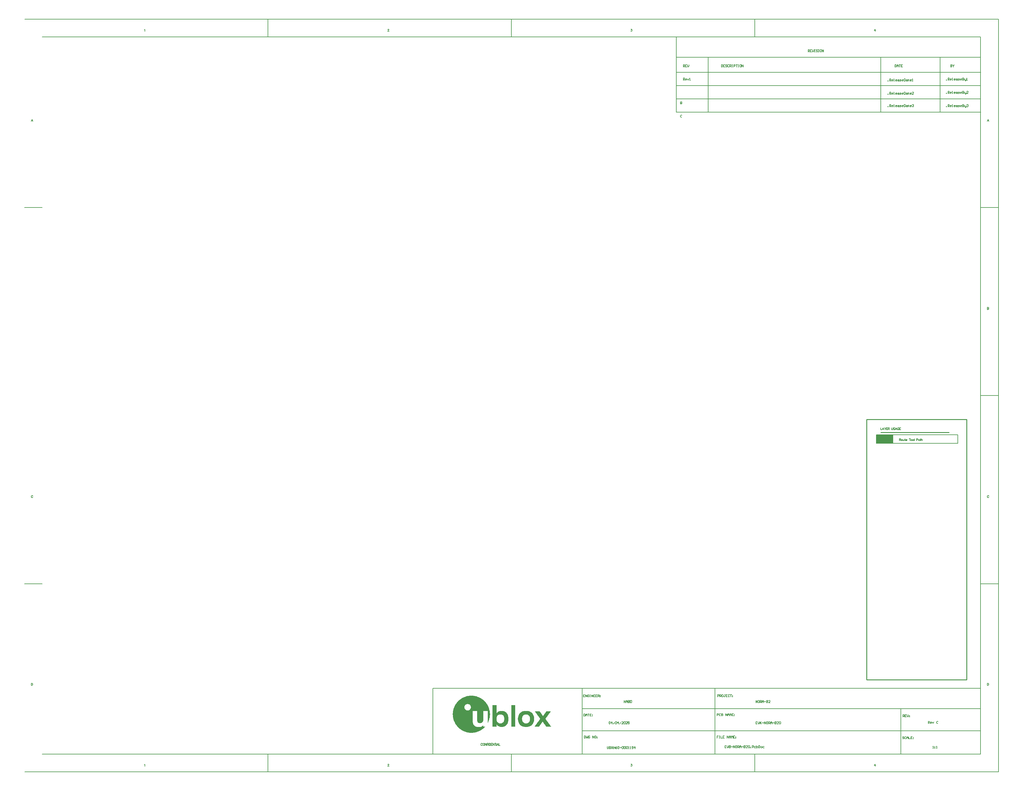
<source format=gm1>
G04*
G04 #@! TF.GenerationSoftware,Altium Limited,Altium Designer,24.6.1 (21)*
G04*
G04 Layer_Color=16711935*
%FSLAX44Y44*%
%MOMM*%
G71*
G04*
G04 #@! TF.SameCoordinates,E70CDE82-3EE1-4166-B2EF-4B71CB92BF6A*
G04*
G04*
G04 #@! TF.FilePolarity,Positive*
G04*
G01*
G75*
%ADD10C,0.2000*%
%ADD12C,0.1270*%
%ADD14C,0.2540*%
%ADD19C,0.1500*%
%ADD21R,4.8260X2.4130*%
G36*
X930835Y-543861D02*
X935370D01*
Y-544314D01*
X938092D01*
Y-544768D01*
X940359D01*
Y-545221D01*
X942173D01*
Y-545675D01*
X943988D01*
Y-546128D01*
X945348D01*
Y-546582D01*
X946709D01*
Y-547035D01*
X948070D01*
Y-547489D01*
X948977D01*
Y-547943D01*
X950338D01*
Y-548396D01*
X951245D01*
Y-548850D01*
X952152D01*
Y-549303D01*
X953059D01*
Y-549757D01*
X953966D01*
Y-550210D01*
X954873D01*
Y-550664D01*
X955327D01*
Y-551117D01*
X956234D01*
Y-551571D01*
X957141D01*
Y-552024D01*
X957594D01*
Y-552478D01*
X958502D01*
Y-552932D01*
X958955D01*
Y-553385D01*
X959862D01*
Y-553839D01*
X960316D01*
Y-554292D01*
X960769D01*
Y-554746D01*
X961676D01*
Y-555199D01*
X962130D01*
Y-555653D01*
X962583D01*
Y-556106D01*
X963037D01*
Y-556560D01*
X963944D01*
Y-557014D01*
X964398D01*
Y-557467D01*
X964851D01*
Y-557921D01*
X965305D01*
Y-558374D01*
X965758D01*
Y-558828D01*
X966212D01*
Y-559281D01*
X966665D01*
Y-559735D01*
X967119D01*
Y-560188D01*
X967573D01*
Y-560642D01*
X968026D01*
Y-561096D01*
X968480D01*
Y-561549D01*
X968933D01*
Y-562003D01*
Y-562456D01*
X969387D01*
Y-562910D01*
X969840D01*
Y-563363D01*
X970294D01*
Y-563817D01*
X970748D01*
Y-564271D01*
Y-564724D01*
X971201D01*
Y-565178D01*
X971655D01*
Y-565631D01*
X972108D01*
Y-566085D01*
Y-566538D01*
X972562D01*
Y-566992D01*
X973015D01*
Y-567445D01*
Y-567899D01*
X973469D01*
Y-568353D01*
X973922D01*
Y-568806D01*
Y-569260D01*
X974376D01*
Y-569713D01*
X974829D01*
Y-570167D01*
Y-570620D01*
X975283D01*
Y-571074D01*
Y-571527D01*
X975737D01*
Y-571981D01*
Y-572435D01*
X976190D01*
Y-572888D01*
Y-573342D01*
X976644D01*
Y-573795D01*
Y-574249D01*
X977097D01*
Y-574702D01*
Y-575156D01*
X977551D01*
Y-575609D01*
Y-576063D01*
X978004D01*
Y-576516D01*
Y-576970D01*
Y-577424D01*
X978458D01*
Y-577877D01*
Y-578331D01*
X978912D01*
Y-578784D01*
Y-579238D01*
Y-579691D01*
X979365D01*
Y-580145D01*
Y-580598D01*
Y-581052D01*
X979819D01*
Y-581506D01*
Y-581959D01*
Y-582413D01*
Y-582866D01*
X980272D01*
Y-583320D01*
Y-583773D01*
Y-584227D01*
Y-584680D01*
X980726D01*
Y-585134D01*
Y-585588D01*
Y-586041D01*
Y-586495D01*
X981179D01*
Y-586948D01*
Y-587402D01*
Y-587855D01*
Y-588309D01*
Y-588763D01*
Y-589216D01*
Y-589670D01*
X981633D01*
Y-590123D01*
Y-590577D01*
Y-591030D01*
Y-591484D01*
Y-591937D01*
Y-592391D01*
Y-592845D01*
Y-593298D01*
Y-593752D01*
Y-594205D01*
Y-594659D01*
X982086D01*
Y-595112D01*
Y-595566D01*
Y-596019D01*
Y-596473D01*
Y-596926D01*
Y-597380D01*
Y-597834D01*
Y-598287D01*
Y-598741D01*
Y-599194D01*
X981633D01*
Y-599648D01*
Y-600101D01*
Y-600555D01*
Y-601008D01*
Y-601462D01*
Y-601916D01*
Y-602369D01*
Y-602823D01*
Y-603276D01*
Y-603730D01*
Y-604183D01*
X981179D01*
Y-604637D01*
Y-605090D01*
Y-605544D01*
Y-605998D01*
Y-606451D01*
Y-606905D01*
X980726D01*
Y-607358D01*
Y-607812D01*
Y-608265D01*
Y-608719D01*
Y-609173D01*
X980272D01*
Y-609626D01*
Y-610080D01*
Y-610533D01*
Y-610987D01*
X979819D01*
Y-611440D01*
Y-611894D01*
Y-612347D01*
Y-612801D01*
X979365D01*
Y-613255D01*
Y-613708D01*
Y-614162D01*
X978912D01*
Y-614615D01*
Y-615069D01*
X978458D01*
Y-615522D01*
Y-615976D01*
Y-616429D01*
X978004D01*
Y-616883D01*
Y-617337D01*
X977551D01*
Y-617790D01*
Y-618244D01*
Y-618697D01*
X977097D01*
Y-619151D01*
Y-619604D01*
X976644D01*
Y-620058D01*
Y-620511D01*
X976190D01*
Y-620965D01*
Y-621418D01*
X975737D01*
Y-621872D01*
Y-622326D01*
X975283D01*
Y-621872D01*
Y-621418D01*
Y-620965D01*
Y-620511D01*
Y-620058D01*
Y-619604D01*
Y-619151D01*
Y-618697D01*
Y-618244D01*
Y-617790D01*
Y-617337D01*
Y-616883D01*
Y-616429D01*
Y-615976D01*
Y-615522D01*
Y-615069D01*
Y-614615D01*
Y-614162D01*
Y-613708D01*
Y-613255D01*
Y-612801D01*
Y-612347D01*
Y-611894D01*
Y-611440D01*
Y-610987D01*
Y-610533D01*
Y-610080D01*
Y-609626D01*
Y-609173D01*
Y-608719D01*
Y-608265D01*
Y-607812D01*
Y-607358D01*
Y-606905D01*
Y-606451D01*
Y-605998D01*
Y-605544D01*
Y-605090D01*
Y-604637D01*
Y-604183D01*
Y-603730D01*
Y-603276D01*
Y-602823D01*
Y-602369D01*
Y-601916D01*
Y-601462D01*
Y-601008D01*
Y-600555D01*
Y-600101D01*
Y-599648D01*
Y-599194D01*
Y-598741D01*
Y-598287D01*
Y-597834D01*
Y-597380D01*
Y-596926D01*
Y-596473D01*
Y-596019D01*
Y-595566D01*
Y-595112D01*
Y-594659D01*
Y-594205D01*
Y-593752D01*
Y-593298D01*
Y-592845D01*
Y-592391D01*
Y-591937D01*
Y-591484D01*
Y-591030D01*
Y-590577D01*
Y-590123D01*
Y-589670D01*
Y-589216D01*
Y-588763D01*
Y-588309D01*
Y-587855D01*
X962583D01*
Y-588309D01*
Y-588763D01*
Y-589216D01*
Y-589670D01*
Y-590123D01*
Y-590577D01*
Y-591030D01*
Y-591484D01*
Y-591937D01*
Y-592391D01*
Y-592845D01*
Y-593298D01*
Y-593752D01*
Y-594205D01*
Y-594659D01*
Y-595112D01*
Y-595566D01*
Y-596019D01*
Y-596473D01*
Y-596926D01*
Y-597380D01*
Y-597834D01*
Y-598287D01*
Y-598741D01*
Y-599194D01*
Y-599648D01*
Y-600101D01*
Y-600555D01*
Y-601008D01*
Y-601462D01*
Y-601916D01*
Y-602369D01*
Y-602823D01*
Y-603276D01*
Y-603730D01*
Y-604183D01*
Y-604637D01*
Y-605090D01*
Y-605544D01*
Y-605998D01*
Y-606451D01*
Y-606905D01*
Y-607358D01*
Y-607812D01*
Y-608265D01*
Y-608719D01*
Y-609173D01*
Y-609626D01*
Y-610080D01*
Y-610533D01*
Y-610987D01*
Y-611440D01*
Y-611894D01*
Y-612347D01*
Y-612801D01*
Y-613255D01*
Y-613708D01*
Y-614162D01*
Y-614615D01*
Y-615069D01*
Y-615522D01*
X962130D01*
Y-615976D01*
Y-616429D01*
Y-616883D01*
Y-617337D01*
X961676D01*
Y-617790D01*
Y-618244D01*
X961223D01*
Y-618697D01*
Y-619151D01*
X960769D01*
Y-619604D01*
X960316D01*
Y-620058D01*
X959862D01*
Y-620511D01*
X959409D01*
Y-620965D01*
X958955D01*
Y-621418D01*
X958048D01*
Y-621872D01*
X956687D01*
Y-622326D01*
X950338D01*
Y-621872D01*
X948977D01*
Y-621418D01*
X948070D01*
Y-620965D01*
X947616D01*
Y-620511D01*
X947163D01*
Y-620058D01*
X946709D01*
Y-619604D01*
Y-619151D01*
X946255D01*
Y-618697D01*
Y-618244D01*
X945802D01*
Y-617790D01*
Y-617337D01*
Y-616883D01*
Y-616429D01*
X945348D01*
Y-615976D01*
Y-615522D01*
Y-615069D01*
Y-614615D01*
Y-614162D01*
Y-613708D01*
Y-613255D01*
Y-612801D01*
Y-612347D01*
Y-611894D01*
Y-611440D01*
Y-610987D01*
Y-610533D01*
Y-610080D01*
Y-609626D01*
Y-609173D01*
Y-608719D01*
Y-608265D01*
Y-607812D01*
Y-607358D01*
Y-606905D01*
Y-606451D01*
Y-605998D01*
Y-605544D01*
Y-605090D01*
Y-604637D01*
Y-604183D01*
Y-603730D01*
Y-603276D01*
Y-602823D01*
Y-602369D01*
Y-601916D01*
Y-601462D01*
Y-601008D01*
Y-600555D01*
Y-600101D01*
Y-599648D01*
Y-599194D01*
Y-598741D01*
Y-598287D01*
Y-597834D01*
Y-597380D01*
Y-596926D01*
Y-596473D01*
Y-596019D01*
Y-595566D01*
Y-595112D01*
Y-594659D01*
Y-594205D01*
Y-593752D01*
Y-593298D01*
Y-592845D01*
Y-592391D01*
Y-591937D01*
Y-591484D01*
Y-591030D01*
Y-590577D01*
Y-590123D01*
Y-589670D01*
Y-589216D01*
Y-588763D01*
Y-588309D01*
Y-587855D01*
X932649D01*
Y-588309D01*
Y-588763D01*
Y-589216D01*
Y-589670D01*
Y-590123D01*
Y-590577D01*
Y-591030D01*
Y-591484D01*
Y-591937D01*
Y-592391D01*
Y-592845D01*
Y-593298D01*
Y-593752D01*
Y-594205D01*
Y-594659D01*
Y-595112D01*
Y-595566D01*
Y-596019D01*
Y-596473D01*
Y-596926D01*
Y-597380D01*
Y-597834D01*
Y-598287D01*
Y-598741D01*
Y-599194D01*
Y-599648D01*
Y-600101D01*
Y-600555D01*
Y-601008D01*
Y-601462D01*
Y-601916D01*
Y-602369D01*
Y-602823D01*
Y-603276D01*
Y-603730D01*
Y-604183D01*
Y-604637D01*
Y-605090D01*
Y-605544D01*
Y-605998D01*
Y-606451D01*
Y-606905D01*
Y-607358D01*
Y-607812D01*
Y-608265D01*
Y-608719D01*
Y-609173D01*
Y-609626D01*
Y-610080D01*
Y-610533D01*
Y-610987D01*
Y-611440D01*
Y-611894D01*
Y-612347D01*
Y-612801D01*
Y-613255D01*
Y-613708D01*
Y-614162D01*
Y-614615D01*
Y-615069D01*
Y-615522D01*
Y-615976D01*
Y-616429D01*
Y-616883D01*
Y-617337D01*
Y-617790D01*
Y-618244D01*
Y-618697D01*
Y-619151D01*
Y-619604D01*
Y-620058D01*
Y-620511D01*
Y-620965D01*
X933102D01*
Y-621418D01*
Y-621872D01*
Y-622326D01*
Y-622779D01*
X933556D01*
Y-623233D01*
Y-623686D01*
Y-624140D01*
X934009D01*
Y-624593D01*
Y-625047D01*
Y-625501D01*
X934463D01*
Y-625954D01*
Y-626408D01*
X934917D01*
Y-626861D01*
X935370D01*
Y-627315D01*
Y-627768D01*
X935824D01*
Y-628222D01*
X936277D01*
Y-628675D01*
X936731D01*
Y-629129D01*
X937184D01*
Y-629583D01*
X937638D01*
Y-630036D01*
X938092D01*
Y-630490D01*
X938999D01*
Y-630943D01*
X939452D01*
Y-631397D01*
X940359D01*
Y-631850D01*
X941266D01*
Y-632304D01*
X942173D01*
Y-632757D01*
X943534D01*
Y-633211D01*
X945348D01*
Y-633665D01*
X954419D01*
Y-633211D01*
X956234D01*
Y-632757D01*
X957141D01*
Y-632304D01*
X958502D01*
Y-631850D01*
X958955D01*
Y-631397D01*
X959862D01*
Y-630943D01*
X960316D01*
Y-630490D01*
X960769D01*
Y-630036D01*
X961676D01*
Y-629583D01*
X962130D01*
Y-629129D01*
X962583D01*
Y-628675D01*
Y-628222D01*
X963037D01*
Y-628675D01*
Y-629129D01*
Y-629583D01*
Y-630036D01*
Y-630490D01*
Y-630943D01*
Y-631397D01*
Y-631850D01*
Y-632304D01*
Y-632757D01*
X968026D01*
Y-633211D01*
X967573D01*
Y-633665D01*
X967119D01*
Y-634118D01*
X966665D01*
Y-634572D01*
X966212D01*
Y-635025D01*
X965758D01*
Y-635479D01*
X965305D01*
Y-635932D01*
X964851D01*
Y-636386D01*
X964398D01*
Y-636839D01*
X963491D01*
Y-637293D01*
X963037D01*
Y-637747D01*
X962583D01*
Y-638200D01*
X962130D01*
Y-638654D01*
X961223D01*
Y-639107D01*
X960769D01*
Y-639561D01*
X960316D01*
Y-640014D01*
X959409D01*
Y-640468D01*
X958955D01*
Y-640921D01*
X958048D01*
Y-641375D01*
X957594D01*
Y-641829D01*
X956687D01*
Y-642282D01*
X956234D01*
Y-642736D01*
X955327D01*
Y-643189D01*
X954419D01*
Y-643643D01*
X953512D01*
Y-644096D01*
X953059D01*
Y-644550D01*
X952152D01*
Y-645004D01*
X950791D01*
Y-645457D01*
X949884D01*
Y-645911D01*
X948977D01*
Y-646364D01*
X947616D01*
Y-646818D01*
X946709D01*
Y-647271D01*
X945348D01*
Y-647725D01*
X943534D01*
Y-648178D01*
X942173D01*
Y-648632D01*
X940359D01*
Y-649085D01*
X937638D01*
Y-649539D01*
X934463D01*
Y-649993D01*
X922671D01*
Y-649539D01*
X919496D01*
Y-649085D01*
X917228D01*
Y-648632D01*
X915414D01*
Y-648178D01*
X913599D01*
Y-647725D01*
X912239D01*
Y-647271D01*
X910878D01*
Y-646818D01*
X909518D01*
Y-646364D01*
X908610D01*
Y-645911D01*
X907250D01*
Y-645457D01*
X906343D01*
Y-645004D01*
X905435D01*
Y-644550D01*
X904528D01*
Y-644096D01*
X903621D01*
Y-643643D01*
X902714D01*
Y-643189D01*
X901807D01*
Y-642736D01*
X901354D01*
Y-642282D01*
X900446D01*
Y-641829D01*
X899539D01*
Y-641375D01*
X899086D01*
Y-640921D01*
X898179D01*
Y-640468D01*
X897725D01*
Y-640014D01*
X897271D01*
Y-639561D01*
X896364D01*
Y-639107D01*
X895911D01*
Y-638654D01*
X895457D01*
Y-638200D01*
X894550D01*
Y-637747D01*
X894097D01*
Y-637293D01*
X893643D01*
Y-636839D01*
X893189D01*
Y-636386D01*
X892736D01*
Y-635932D01*
X892282D01*
Y-635479D01*
X891829D01*
Y-635025D01*
X891375D01*
Y-634572D01*
X890922D01*
Y-634118D01*
X890468D01*
Y-633665D01*
X890015D01*
Y-633211D01*
X889561D01*
Y-632757D01*
X889108D01*
Y-632304D01*
X888654D01*
Y-631850D01*
X888200D01*
Y-631397D01*
X887747D01*
Y-630943D01*
X887293D01*
Y-630490D01*
Y-630036D01*
X886840D01*
Y-629583D01*
X886386D01*
Y-629129D01*
X885933D01*
Y-628675D01*
X885479D01*
Y-628222D01*
Y-627768D01*
X885025D01*
Y-627315D01*
X884572D01*
Y-626861D01*
Y-626408D01*
X884118D01*
Y-625954D01*
X883665D01*
Y-625501D01*
Y-625047D01*
X883211D01*
Y-624593D01*
X882758D01*
Y-624140D01*
Y-623686D01*
X882304D01*
Y-623233D01*
Y-622779D01*
X881851D01*
Y-622326D01*
Y-621872D01*
X881397D01*
Y-621418D01*
Y-620965D01*
X880944D01*
Y-620511D01*
Y-620058D01*
X880490D01*
Y-619604D01*
Y-619151D01*
X880036D01*
Y-618697D01*
Y-618244D01*
X879583D01*
Y-617790D01*
Y-617337D01*
X879129D01*
Y-616883D01*
Y-616429D01*
Y-615976D01*
X878676D01*
Y-615522D01*
Y-615069D01*
Y-614615D01*
X878222D01*
Y-614162D01*
Y-613708D01*
X877769D01*
Y-613255D01*
Y-612801D01*
Y-612347D01*
Y-611894D01*
X877315D01*
Y-611440D01*
Y-610987D01*
Y-610533D01*
X876861D01*
Y-610080D01*
Y-609626D01*
Y-609173D01*
Y-608719D01*
X876408D01*
Y-608265D01*
Y-607812D01*
Y-607358D01*
Y-606905D01*
Y-606451D01*
X875954D01*
Y-605998D01*
Y-605544D01*
Y-605090D01*
Y-604637D01*
Y-604183D01*
Y-603730D01*
Y-603276D01*
X875501D01*
Y-602823D01*
Y-602369D01*
Y-601916D01*
Y-601462D01*
Y-601008D01*
Y-600555D01*
Y-600101D01*
Y-599648D01*
Y-599194D01*
Y-598741D01*
X875047D01*
Y-598287D01*
Y-597834D01*
Y-597380D01*
Y-596926D01*
Y-596473D01*
Y-596019D01*
Y-595566D01*
Y-595112D01*
Y-594659D01*
X875501D01*
Y-594205D01*
Y-593752D01*
Y-593298D01*
Y-592845D01*
Y-592391D01*
Y-591937D01*
Y-591484D01*
Y-591030D01*
Y-590577D01*
X875954D01*
Y-590123D01*
Y-589670D01*
Y-589216D01*
Y-588763D01*
Y-588309D01*
Y-587855D01*
Y-587402D01*
X876408D01*
Y-586948D01*
Y-586495D01*
Y-586041D01*
Y-585588D01*
Y-585134D01*
X876861D01*
Y-584680D01*
Y-584227D01*
Y-583773D01*
Y-583320D01*
X877315D01*
Y-582866D01*
Y-582413D01*
Y-581959D01*
Y-581506D01*
X877769D01*
Y-581052D01*
Y-580598D01*
Y-580145D01*
X878222D01*
Y-579691D01*
Y-579238D01*
Y-578784D01*
X878676D01*
Y-578331D01*
Y-577877D01*
X879129D01*
Y-577424D01*
Y-576970D01*
Y-576516D01*
X879583D01*
Y-576063D01*
Y-575609D01*
X880036D01*
Y-575156D01*
Y-574702D01*
Y-574249D01*
X880490D01*
Y-573795D01*
Y-573342D01*
X880944D01*
Y-572888D01*
Y-572435D01*
X881397D01*
Y-571981D01*
Y-571527D01*
X881851D01*
Y-571074D01*
X882304D01*
Y-570620D01*
Y-570167D01*
X882758D01*
Y-569713D01*
Y-569260D01*
X883211D01*
Y-568806D01*
X883665D01*
Y-568353D01*
Y-567899D01*
X884118D01*
Y-567445D01*
X884572D01*
Y-566992D01*
Y-566538D01*
X885025D01*
Y-566085D01*
X885479D01*
Y-565631D01*
Y-565178D01*
X885933D01*
Y-564724D01*
X886386D01*
Y-564271D01*
X886840D01*
Y-563817D01*
Y-563363D01*
X887293D01*
Y-562910D01*
X887747D01*
Y-562456D01*
X888200D01*
Y-562003D01*
X888654D01*
Y-561549D01*
X889108D01*
Y-561096D01*
X889561D01*
Y-560642D01*
X890015D01*
Y-560188D01*
Y-559735D01*
X890468D01*
Y-559281D01*
X890922D01*
Y-558828D01*
X891375D01*
Y-558374D01*
X892282D01*
Y-557921D01*
X892736D01*
Y-557467D01*
X893189D01*
Y-557014D01*
X893643D01*
Y-556560D01*
X894097D01*
Y-556106D01*
X894550D01*
Y-555653D01*
X895004D01*
Y-555199D01*
X895911D01*
Y-554746D01*
X896364D01*
Y-554292D01*
X896818D01*
Y-553839D01*
X897725D01*
Y-553385D01*
X898179D01*
Y-552932D01*
X899086D01*
Y-552478D01*
X899539D01*
Y-552024D01*
X900446D01*
Y-551571D01*
X900900D01*
Y-551117D01*
X901807D01*
Y-550664D01*
X902714D01*
Y-550210D01*
X903168D01*
Y-549757D01*
X904528D01*
Y-549303D01*
X905435D01*
Y-548850D01*
X906343D01*
Y-548396D01*
X907250D01*
Y-547943D01*
X908157D01*
Y-547489D01*
X909518D01*
Y-547035D01*
X910425D01*
Y-546582D01*
X911785D01*
Y-546128D01*
X913146D01*
Y-545675D01*
X914960D01*
Y-545221D01*
X916774D01*
Y-544768D01*
X919042D01*
Y-544314D01*
X922217D01*
Y-543861D01*
X926753D01*
Y-543407D01*
X930835D01*
Y-543861D01*
D02*
G37*
G36*
X1001136Y-571074D02*
Y-571527D01*
Y-571981D01*
Y-572435D01*
Y-572888D01*
Y-573342D01*
Y-573795D01*
Y-574249D01*
Y-574702D01*
Y-575156D01*
Y-575609D01*
Y-576063D01*
Y-576516D01*
Y-576970D01*
Y-577424D01*
Y-577877D01*
Y-578331D01*
Y-578784D01*
Y-579238D01*
Y-579691D01*
Y-580145D01*
Y-580598D01*
Y-581052D01*
Y-581506D01*
Y-581959D01*
Y-582413D01*
Y-582866D01*
Y-583320D01*
Y-583773D01*
Y-584227D01*
Y-584680D01*
Y-585134D01*
Y-585588D01*
Y-586041D01*
Y-586495D01*
Y-586948D01*
Y-587402D01*
Y-587855D01*
Y-588309D01*
Y-588763D01*
Y-589216D01*
Y-589670D01*
Y-590123D01*
Y-590577D01*
Y-591030D01*
Y-591484D01*
Y-591937D01*
Y-592391D01*
Y-592845D01*
Y-593298D01*
X1002043D01*
Y-592845D01*
X1002496D01*
Y-592391D01*
X1002950D01*
Y-591937D01*
X1003404D01*
Y-591484D01*
X1003857D01*
Y-591030D01*
X1004311D01*
Y-590577D01*
X1004764D01*
Y-590123D01*
X1005671D01*
Y-589670D01*
X1006125D01*
Y-589216D01*
X1007032D01*
Y-588763D01*
X1007939D01*
Y-588309D01*
X1009300D01*
Y-587855D01*
X1011114D01*
Y-587402D01*
X1019732D01*
Y-587855D01*
X1021546D01*
Y-588309D01*
X1022906D01*
Y-588763D01*
X1024267D01*
Y-589216D01*
X1025174D01*
Y-589670D01*
X1025628D01*
Y-590123D01*
X1026535D01*
Y-590577D01*
X1026989D01*
Y-591030D01*
X1027896D01*
Y-591484D01*
X1028349D01*
Y-591937D01*
X1028803D01*
Y-592391D01*
X1029256D01*
Y-592845D01*
X1029710D01*
Y-593298D01*
X1030163D01*
Y-593752D01*
Y-594205D01*
X1030617D01*
Y-594659D01*
X1031070D01*
Y-595112D01*
X1031524D01*
Y-595566D01*
Y-596019D01*
X1031978D01*
Y-596473D01*
Y-596926D01*
X1032431D01*
Y-597380D01*
Y-597834D01*
X1032885D01*
Y-598287D01*
Y-598741D01*
X1033338D01*
Y-599194D01*
Y-599648D01*
Y-600101D01*
X1033792D01*
Y-600555D01*
Y-601008D01*
Y-601462D01*
Y-601916D01*
X1034245D01*
Y-602369D01*
Y-602823D01*
Y-603276D01*
Y-603730D01*
Y-604183D01*
X1034699D01*
Y-604637D01*
Y-605090D01*
Y-605544D01*
Y-605998D01*
Y-606451D01*
Y-606905D01*
Y-607358D01*
Y-607812D01*
Y-608265D01*
X1035153D01*
Y-608719D01*
X1034699D01*
Y-609173D01*
Y-609626D01*
Y-610080D01*
Y-610533D01*
Y-610987D01*
Y-611440D01*
Y-611894D01*
Y-612347D01*
Y-612801D01*
Y-613255D01*
Y-613708D01*
Y-614162D01*
Y-614615D01*
Y-615069D01*
Y-615522D01*
Y-615976D01*
Y-616429D01*
X1034245D01*
Y-616883D01*
Y-617337D01*
Y-617790D01*
Y-618244D01*
Y-618697D01*
X1033792D01*
Y-619151D01*
Y-619604D01*
Y-620058D01*
X1033338D01*
Y-620511D01*
Y-620965D01*
Y-621418D01*
X1032885D01*
Y-621872D01*
Y-622326D01*
Y-622779D01*
X1032431D01*
Y-623233D01*
Y-623686D01*
X1031978D01*
Y-624140D01*
Y-624593D01*
X1031524D01*
Y-625047D01*
X1031070D01*
Y-625501D01*
Y-625954D01*
X1030617D01*
Y-626408D01*
X1030163D01*
Y-626861D01*
X1029710D01*
Y-627315D01*
X1029256D01*
Y-627768D01*
Y-628222D01*
X1028349D01*
Y-628675D01*
X1027896D01*
Y-629129D01*
X1027442D01*
Y-629583D01*
X1026989D01*
Y-630036D01*
X1026081D01*
Y-630490D01*
X1025628D01*
Y-630943D01*
X1024721D01*
Y-631397D01*
X1023814D01*
Y-631850D01*
X1022906D01*
Y-632304D01*
X1021546D01*
Y-632757D01*
X1019278D01*
Y-633211D01*
X1011568D01*
Y-632757D01*
X1009300D01*
Y-632304D01*
X1008393D01*
Y-631850D01*
X1007032D01*
Y-631397D01*
X1006579D01*
Y-630943D01*
X1005671D01*
Y-630490D01*
X1005218D01*
Y-630036D01*
X1004311D01*
Y-629583D01*
X1003857D01*
Y-629129D01*
X1003404D01*
Y-628675D01*
X1002950D01*
Y-628222D01*
X1002496D01*
Y-627768D01*
X1002043D01*
Y-627315D01*
X1001589D01*
Y-626861D01*
Y-626408D01*
X1000682D01*
Y-626861D01*
Y-627315D01*
Y-627768D01*
Y-628222D01*
Y-628675D01*
Y-629129D01*
Y-629583D01*
Y-630036D01*
Y-630490D01*
Y-630943D01*
Y-631397D01*
Y-631850D01*
Y-632304D01*
X989343D01*
Y-631850D01*
Y-631397D01*
Y-630943D01*
Y-630490D01*
Y-630036D01*
Y-629583D01*
Y-629129D01*
Y-628675D01*
Y-628222D01*
Y-627768D01*
Y-627315D01*
Y-626861D01*
Y-626408D01*
Y-625954D01*
Y-625501D01*
Y-625047D01*
Y-624593D01*
Y-624140D01*
Y-623686D01*
Y-623233D01*
Y-622779D01*
Y-622326D01*
Y-621872D01*
Y-621418D01*
Y-620965D01*
Y-620511D01*
Y-620058D01*
Y-619604D01*
Y-619151D01*
Y-618697D01*
Y-618244D01*
Y-617790D01*
Y-617337D01*
Y-616883D01*
Y-616429D01*
Y-615976D01*
Y-615522D01*
Y-615069D01*
Y-614615D01*
Y-614162D01*
Y-613708D01*
Y-613255D01*
Y-612801D01*
Y-612347D01*
Y-611894D01*
Y-611440D01*
Y-610987D01*
Y-610533D01*
Y-610080D01*
Y-609626D01*
Y-609173D01*
Y-608719D01*
Y-608265D01*
Y-607812D01*
Y-607358D01*
Y-606905D01*
Y-606451D01*
Y-605998D01*
Y-605544D01*
Y-605090D01*
Y-604637D01*
Y-604183D01*
Y-603730D01*
Y-603276D01*
Y-602823D01*
Y-602369D01*
Y-601916D01*
Y-601462D01*
Y-601008D01*
Y-600555D01*
Y-600101D01*
Y-599648D01*
Y-599194D01*
Y-598741D01*
Y-598287D01*
Y-597834D01*
Y-597380D01*
Y-596926D01*
Y-596473D01*
Y-596019D01*
Y-595566D01*
Y-595112D01*
Y-594659D01*
Y-594205D01*
Y-593752D01*
Y-593298D01*
Y-592845D01*
Y-592391D01*
Y-591937D01*
Y-591484D01*
Y-591030D01*
Y-590577D01*
Y-590123D01*
Y-589670D01*
Y-589216D01*
Y-588763D01*
Y-588309D01*
Y-587855D01*
Y-587402D01*
Y-586948D01*
Y-586495D01*
Y-586041D01*
Y-585588D01*
Y-585134D01*
Y-584680D01*
Y-584227D01*
Y-583773D01*
Y-583320D01*
Y-582866D01*
Y-582413D01*
Y-581959D01*
Y-581506D01*
Y-581052D01*
Y-580598D01*
Y-580145D01*
Y-579691D01*
Y-579238D01*
Y-578784D01*
Y-578331D01*
Y-577877D01*
Y-577424D01*
Y-576970D01*
Y-576516D01*
Y-576063D01*
Y-575609D01*
Y-575156D01*
Y-574702D01*
Y-574249D01*
Y-573795D01*
Y-573342D01*
Y-572888D01*
Y-572435D01*
Y-571981D01*
Y-571527D01*
Y-571074D01*
Y-570620D01*
X1001136D01*
Y-571074D01*
D02*
G37*
G36*
X1054655D02*
Y-571527D01*
Y-571981D01*
Y-572435D01*
Y-572888D01*
Y-573342D01*
Y-573795D01*
Y-574249D01*
Y-574702D01*
Y-575156D01*
Y-575609D01*
Y-576063D01*
Y-576516D01*
Y-576970D01*
Y-577424D01*
Y-577877D01*
Y-578331D01*
Y-578784D01*
Y-579238D01*
Y-579691D01*
Y-580145D01*
Y-580598D01*
Y-581052D01*
Y-581506D01*
Y-581959D01*
Y-582413D01*
Y-582866D01*
Y-583320D01*
Y-583773D01*
Y-584227D01*
Y-584680D01*
Y-585134D01*
Y-585588D01*
Y-586041D01*
Y-586495D01*
Y-586948D01*
Y-587402D01*
Y-587855D01*
Y-588309D01*
Y-588763D01*
Y-589216D01*
Y-589670D01*
Y-590123D01*
Y-590577D01*
Y-591030D01*
Y-591484D01*
Y-591937D01*
Y-592391D01*
Y-592845D01*
Y-593298D01*
Y-593752D01*
Y-594205D01*
Y-594659D01*
Y-595112D01*
Y-595566D01*
Y-596019D01*
Y-596473D01*
Y-596926D01*
Y-597380D01*
Y-597834D01*
Y-598287D01*
Y-598741D01*
Y-599194D01*
Y-599648D01*
Y-600101D01*
Y-600555D01*
Y-601008D01*
Y-601462D01*
Y-601916D01*
Y-602369D01*
Y-602823D01*
Y-603276D01*
Y-603730D01*
Y-604183D01*
Y-604637D01*
Y-605090D01*
Y-605544D01*
Y-605998D01*
Y-606451D01*
Y-606905D01*
Y-607358D01*
Y-607812D01*
Y-608265D01*
Y-608719D01*
Y-609173D01*
Y-609626D01*
Y-610080D01*
Y-610533D01*
Y-610987D01*
Y-611440D01*
Y-611894D01*
Y-612347D01*
Y-612801D01*
Y-613255D01*
Y-613708D01*
Y-614162D01*
Y-614615D01*
Y-615069D01*
Y-615522D01*
Y-615976D01*
Y-616429D01*
Y-616883D01*
Y-617337D01*
Y-617790D01*
Y-618244D01*
Y-618697D01*
Y-619151D01*
Y-619604D01*
Y-620058D01*
Y-620511D01*
Y-620965D01*
Y-621418D01*
Y-621872D01*
Y-622326D01*
Y-622779D01*
Y-623233D01*
Y-623686D01*
Y-624140D01*
Y-624593D01*
Y-625047D01*
Y-625501D01*
Y-625954D01*
Y-626408D01*
Y-626861D01*
Y-627315D01*
Y-627768D01*
Y-628222D01*
Y-628675D01*
Y-629129D01*
Y-629583D01*
Y-630036D01*
Y-630490D01*
Y-630943D01*
Y-631397D01*
Y-631850D01*
Y-632304D01*
X1043316D01*
Y-631850D01*
Y-631397D01*
Y-630943D01*
Y-630490D01*
Y-630036D01*
Y-629583D01*
Y-629129D01*
Y-628675D01*
Y-628222D01*
Y-627768D01*
Y-627315D01*
Y-626861D01*
Y-626408D01*
Y-625954D01*
Y-625501D01*
Y-625047D01*
Y-624593D01*
Y-624140D01*
Y-623686D01*
Y-623233D01*
Y-622779D01*
Y-622326D01*
Y-621872D01*
Y-621418D01*
Y-620965D01*
Y-620511D01*
Y-620058D01*
Y-619604D01*
Y-619151D01*
Y-618697D01*
Y-618244D01*
Y-617790D01*
Y-617337D01*
Y-616883D01*
Y-616429D01*
Y-615976D01*
Y-615522D01*
Y-615069D01*
Y-614615D01*
Y-614162D01*
Y-613708D01*
Y-613255D01*
Y-612801D01*
Y-612347D01*
Y-611894D01*
Y-611440D01*
Y-610987D01*
Y-610533D01*
Y-610080D01*
Y-609626D01*
Y-609173D01*
Y-608719D01*
Y-608265D01*
Y-607812D01*
Y-607358D01*
Y-606905D01*
Y-606451D01*
Y-605998D01*
Y-605544D01*
Y-605090D01*
Y-604637D01*
Y-604183D01*
Y-603730D01*
Y-603276D01*
Y-602823D01*
Y-602369D01*
Y-601916D01*
Y-601462D01*
Y-601008D01*
Y-600555D01*
Y-600101D01*
Y-599648D01*
Y-599194D01*
Y-598741D01*
Y-598287D01*
Y-597834D01*
Y-597380D01*
Y-596926D01*
Y-596473D01*
Y-596019D01*
Y-595566D01*
Y-595112D01*
Y-594659D01*
Y-594205D01*
Y-593752D01*
Y-593298D01*
Y-592845D01*
Y-592391D01*
Y-591937D01*
Y-591484D01*
Y-591030D01*
Y-590577D01*
Y-590123D01*
Y-589670D01*
Y-589216D01*
Y-588763D01*
Y-588309D01*
Y-587855D01*
Y-587402D01*
Y-586948D01*
Y-586495D01*
Y-586041D01*
Y-585588D01*
Y-585134D01*
Y-584680D01*
Y-584227D01*
Y-583773D01*
Y-583320D01*
Y-582866D01*
Y-582413D01*
Y-581959D01*
Y-581506D01*
Y-581052D01*
Y-580598D01*
Y-580145D01*
Y-579691D01*
Y-579238D01*
Y-578784D01*
Y-578331D01*
Y-577877D01*
Y-577424D01*
Y-576970D01*
Y-576516D01*
Y-576063D01*
Y-575609D01*
Y-575156D01*
Y-574702D01*
Y-574249D01*
Y-573795D01*
Y-573342D01*
Y-572888D01*
Y-572435D01*
Y-571981D01*
Y-571527D01*
Y-571074D01*
Y-570620D01*
X1054655D01*
Y-571074D01*
D02*
G37*
G36*
X1090940Y-587855D02*
X1093208D01*
Y-588309D01*
X1094568D01*
Y-588763D01*
X1095929D01*
Y-589216D01*
X1096836D01*
Y-589670D01*
X1097743D01*
Y-590123D01*
X1098650D01*
Y-590577D01*
X1099557D01*
Y-591030D01*
X1100011D01*
Y-591484D01*
X1100918D01*
Y-591937D01*
X1101372D01*
Y-592391D01*
X1101825D01*
Y-592845D01*
X1102279D01*
Y-593298D01*
X1102732D01*
Y-593752D01*
X1103186D01*
Y-594205D01*
X1103639D01*
Y-594659D01*
X1104093D01*
Y-595112D01*
X1104547D01*
Y-595566D01*
Y-596019D01*
X1105000D01*
Y-596473D01*
X1105454D01*
Y-596926D01*
Y-597380D01*
X1105907D01*
Y-597834D01*
Y-598287D01*
X1106361D01*
Y-598741D01*
Y-599194D01*
X1106814D01*
Y-599648D01*
Y-600101D01*
X1107268D01*
Y-600555D01*
Y-601008D01*
Y-601462D01*
X1107721D01*
Y-601916D01*
Y-602369D01*
Y-602823D01*
Y-603276D01*
Y-603730D01*
X1108175D01*
Y-604183D01*
Y-604637D01*
Y-605090D01*
Y-605544D01*
Y-605998D01*
Y-606451D01*
Y-606905D01*
X1108628D01*
Y-607358D01*
Y-607812D01*
Y-608265D01*
Y-608719D01*
Y-609173D01*
Y-609626D01*
Y-610080D01*
Y-610533D01*
Y-610987D01*
Y-611440D01*
Y-611894D01*
Y-612347D01*
Y-612801D01*
Y-613255D01*
Y-613708D01*
X1108175D01*
Y-614162D01*
Y-614615D01*
Y-615069D01*
Y-615522D01*
Y-615976D01*
Y-616429D01*
Y-616883D01*
X1107721D01*
Y-617337D01*
Y-617790D01*
Y-618244D01*
Y-618697D01*
X1107268D01*
Y-619151D01*
Y-619604D01*
Y-620058D01*
X1106814D01*
Y-620511D01*
Y-620965D01*
Y-621418D01*
X1106361D01*
Y-621872D01*
Y-622326D01*
X1105907D01*
Y-622779D01*
Y-623233D01*
X1105454D01*
Y-623686D01*
Y-624140D01*
X1105000D01*
Y-624593D01*
X1104547D01*
Y-625047D01*
X1104093D01*
Y-625501D01*
Y-625954D01*
X1103639D01*
Y-626408D01*
X1103186D01*
Y-626861D01*
X1102732D01*
Y-627315D01*
X1102279D01*
Y-627768D01*
X1101825D01*
Y-628222D01*
X1101372D01*
Y-628675D01*
X1100465D01*
Y-629129D01*
X1100011D01*
Y-629583D01*
X1099104D01*
Y-630036D01*
X1098650D01*
Y-630490D01*
X1097743D01*
Y-630943D01*
X1096836D01*
Y-631397D01*
X1095475D01*
Y-631850D01*
X1094115D01*
Y-632304D01*
X1092754D01*
Y-632757D01*
X1090486D01*
Y-633211D01*
X1080962D01*
Y-632757D01*
X1078240D01*
Y-632304D01*
X1076426D01*
Y-631850D01*
X1075519D01*
Y-631397D01*
X1074158D01*
Y-630943D01*
X1073251D01*
Y-630490D01*
X1072344D01*
Y-630036D01*
X1071890D01*
Y-629583D01*
X1070983D01*
Y-629129D01*
X1070530D01*
Y-628675D01*
X1069623D01*
Y-628222D01*
X1069169D01*
Y-627768D01*
X1068716D01*
Y-627315D01*
X1068262D01*
Y-626861D01*
X1067809D01*
Y-626408D01*
X1067355D01*
Y-625954D01*
X1066901D01*
Y-625501D01*
Y-625047D01*
X1066448D01*
Y-624593D01*
X1065994D01*
Y-624140D01*
X1065541D01*
Y-623686D01*
Y-623233D01*
X1065087D01*
Y-622779D01*
Y-622326D01*
X1064634D01*
Y-621872D01*
Y-621418D01*
X1064180D01*
Y-620965D01*
Y-620511D01*
Y-620058D01*
X1063727D01*
Y-619604D01*
Y-619151D01*
Y-618697D01*
X1063273D01*
Y-618244D01*
Y-617790D01*
Y-617337D01*
Y-616883D01*
X1062819D01*
Y-616429D01*
Y-615976D01*
Y-615522D01*
Y-615069D01*
Y-614615D01*
Y-614162D01*
Y-613708D01*
Y-613255D01*
X1062366D01*
Y-612801D01*
Y-612347D01*
Y-611894D01*
Y-611440D01*
Y-610987D01*
Y-610533D01*
Y-610080D01*
Y-609626D01*
Y-609173D01*
Y-608719D01*
Y-608265D01*
Y-607812D01*
Y-607358D01*
X1062819D01*
Y-606905D01*
Y-606451D01*
Y-605998D01*
Y-605544D01*
Y-605090D01*
Y-604637D01*
Y-604183D01*
Y-603730D01*
X1063273D01*
Y-603276D01*
Y-602823D01*
Y-602369D01*
Y-601916D01*
X1063727D01*
Y-601462D01*
Y-601008D01*
Y-600555D01*
X1064180D01*
Y-600101D01*
Y-599648D01*
Y-599194D01*
X1064634D01*
Y-598741D01*
Y-598287D01*
X1065087D01*
Y-597834D01*
Y-597380D01*
X1065541D01*
Y-596926D01*
Y-596473D01*
X1065994D01*
Y-596019D01*
X1066448D01*
Y-595566D01*
Y-595112D01*
X1066901D01*
Y-594659D01*
X1067355D01*
Y-594205D01*
X1067809D01*
Y-593752D01*
X1068262D01*
Y-593298D01*
X1068716D01*
Y-592845D01*
X1069169D01*
Y-592391D01*
X1069623D01*
Y-591937D01*
X1070076D01*
Y-591484D01*
X1070983D01*
Y-591030D01*
X1071437D01*
Y-590577D01*
X1072344D01*
Y-590123D01*
X1073251D01*
Y-589670D01*
X1074158D01*
Y-589216D01*
X1075065D01*
Y-588763D01*
X1076426D01*
Y-588309D01*
X1077787D01*
Y-587855D01*
X1080054D01*
Y-587402D01*
X1090940D01*
Y-587855D01*
D02*
G37*
G36*
X1156705Y-588763D02*
X1156252D01*
Y-589216D01*
Y-589670D01*
X1155798D01*
Y-590123D01*
X1155345D01*
Y-590577D01*
X1154891D01*
Y-591030D01*
Y-591484D01*
X1154438D01*
Y-591937D01*
X1153984D01*
Y-592391D01*
Y-592845D01*
X1153531D01*
Y-593298D01*
X1153077D01*
Y-593752D01*
X1152624D01*
Y-594205D01*
Y-594659D01*
X1152170D01*
Y-595112D01*
X1151716D01*
Y-595566D01*
X1151263D01*
Y-596019D01*
Y-596473D01*
X1150809D01*
Y-596926D01*
X1150356D01*
Y-597380D01*
X1149902D01*
Y-597834D01*
Y-598287D01*
X1149449D01*
Y-598741D01*
X1148995D01*
Y-599194D01*
Y-599648D01*
X1148541D01*
Y-600101D01*
X1148088D01*
Y-600555D01*
X1147634D01*
Y-601008D01*
Y-601462D01*
X1147181D01*
Y-601916D01*
X1146727D01*
Y-602369D01*
X1146274D01*
Y-602823D01*
Y-603276D01*
X1145820D01*
Y-603730D01*
X1145367D01*
Y-604183D01*
Y-604637D01*
X1144913D01*
Y-605090D01*
X1144460D01*
Y-605544D01*
X1144006D01*
Y-605998D01*
Y-606451D01*
X1143552D01*
Y-606905D01*
X1143099D01*
Y-607358D01*
X1142645D01*
Y-607812D01*
Y-608265D01*
X1142192D01*
Y-608719D01*
X1141738D01*
Y-609173D01*
X1141285D01*
Y-609626D01*
Y-610080D01*
Y-610533D01*
X1141738D01*
Y-610987D01*
Y-611440D01*
X1142192D01*
Y-611894D01*
X1142645D01*
Y-612347D01*
X1143099D01*
Y-612801D01*
Y-613255D01*
X1143552D01*
Y-613708D01*
X1144006D01*
Y-614162D01*
X1144460D01*
Y-614615D01*
Y-615069D01*
X1144913D01*
Y-615522D01*
X1145367D01*
Y-615976D01*
Y-616429D01*
X1145820D01*
Y-616883D01*
X1146274D01*
Y-617337D01*
X1146727D01*
Y-617790D01*
Y-618244D01*
X1147181D01*
Y-618697D01*
X1147634D01*
Y-619151D01*
X1148088D01*
Y-619604D01*
Y-620058D01*
X1148541D01*
Y-620511D01*
X1148995D01*
Y-620965D01*
X1149449D01*
Y-621418D01*
Y-621872D01*
X1149902D01*
Y-622326D01*
X1150356D01*
Y-622779D01*
X1150809D01*
Y-623233D01*
Y-623686D01*
X1151263D01*
Y-624140D01*
X1151716D01*
Y-624593D01*
X1152170D01*
Y-625047D01*
Y-625501D01*
X1152624D01*
Y-625954D01*
X1153077D01*
Y-626408D01*
X1153531D01*
Y-626861D01*
Y-627315D01*
X1153984D01*
Y-627768D01*
X1154438D01*
Y-628222D01*
Y-628675D01*
X1154891D01*
Y-629129D01*
X1155345D01*
Y-629583D01*
X1155798D01*
Y-630036D01*
Y-630490D01*
X1156252D01*
Y-630943D01*
X1156705D01*
Y-631397D01*
X1157159D01*
Y-631850D01*
X1157613D01*
Y-632304D01*
X1143099D01*
Y-631850D01*
Y-631397D01*
X1142645D01*
Y-630943D01*
X1142192D01*
Y-630490D01*
X1141738D01*
Y-630036D01*
Y-629583D01*
X1141285D01*
Y-629129D01*
X1140831D01*
Y-628675D01*
X1140378D01*
Y-628222D01*
Y-627768D01*
X1139924D01*
Y-627315D01*
X1139470D01*
Y-626861D01*
Y-626408D01*
X1139017D01*
Y-625954D01*
X1138563D01*
Y-625501D01*
X1138110D01*
Y-625047D01*
Y-624593D01*
X1137656D01*
Y-624140D01*
X1137203D01*
Y-623686D01*
X1136749D01*
Y-623233D01*
Y-622779D01*
X1136295D01*
Y-622326D01*
X1135842D01*
Y-621872D01*
Y-621418D01*
X1135388D01*
Y-620965D01*
X1134935D01*
Y-620511D01*
X1134481D01*
Y-620058D01*
Y-619604D01*
X1134028D01*
Y-619151D01*
X1133574D01*
Y-618697D01*
X1133121D01*
Y-618244D01*
X1132667D01*
Y-618697D01*
Y-619151D01*
X1132214D01*
Y-619604D01*
X1131760D01*
Y-620058D01*
X1131306D01*
Y-620511D01*
Y-620965D01*
X1130853D01*
Y-621418D01*
X1130399D01*
Y-621872D01*
Y-622326D01*
X1129946D01*
Y-622779D01*
X1129492D01*
Y-623233D01*
X1129039D01*
Y-623686D01*
Y-624140D01*
X1128585D01*
Y-624593D01*
X1128131D01*
Y-625047D01*
Y-625501D01*
X1127678D01*
Y-625954D01*
X1127224D01*
Y-626408D01*
X1126771D01*
Y-626861D01*
Y-627315D01*
X1126317D01*
Y-627768D01*
X1125864D01*
Y-628222D01*
Y-628675D01*
X1125410D01*
Y-629129D01*
X1124957D01*
Y-629583D01*
X1124503D01*
Y-630036D01*
Y-630490D01*
X1124049D01*
Y-630943D01*
X1123596D01*
Y-631397D01*
Y-631850D01*
X1123142D01*
Y-632304D01*
X1109989D01*
Y-631850D01*
X1110443D01*
Y-631397D01*
X1110896D01*
Y-630943D01*
Y-630490D01*
X1111350D01*
Y-630036D01*
X1111803D01*
Y-629583D01*
X1112257D01*
Y-629129D01*
Y-628675D01*
X1112711D01*
Y-628222D01*
X1113164D01*
Y-627768D01*
Y-627315D01*
X1113618D01*
Y-626861D01*
X1114071D01*
Y-626408D01*
X1114525D01*
Y-625954D01*
X1114978D01*
Y-625501D01*
Y-625047D01*
X1115432D01*
Y-624593D01*
X1115885D01*
Y-624140D01*
Y-623686D01*
X1116339D01*
Y-623233D01*
X1116793D01*
Y-622779D01*
X1117246D01*
Y-622326D01*
Y-621872D01*
X1117700D01*
Y-621418D01*
X1118153D01*
Y-620965D01*
X1118607D01*
Y-620511D01*
Y-620058D01*
X1119060D01*
Y-619604D01*
X1119514D01*
Y-619151D01*
X1119967D01*
Y-618697D01*
Y-618244D01*
X1120421D01*
Y-617790D01*
X1120875D01*
Y-617337D01*
X1121328D01*
Y-616883D01*
Y-616429D01*
X1121782D01*
Y-615976D01*
X1122235D01*
Y-615522D01*
X1122689D01*
Y-615069D01*
Y-614615D01*
X1123142D01*
Y-614162D01*
X1123596D01*
Y-613708D01*
X1124049D01*
Y-613255D01*
Y-612801D01*
X1124503D01*
Y-612347D01*
X1124957D01*
Y-611894D01*
Y-611440D01*
X1125410D01*
Y-610987D01*
X1125864D01*
Y-610533D01*
X1126317D01*
Y-610080D01*
Y-609626D01*
X1125864D01*
Y-609173D01*
X1125410D01*
Y-608719D01*
X1124957D01*
Y-608265D01*
Y-607812D01*
X1124503D01*
Y-607358D01*
X1124049D01*
Y-606905D01*
X1123596D01*
Y-606451D01*
Y-605998D01*
X1123142D01*
Y-605544D01*
X1122689D01*
Y-605090D01*
Y-604637D01*
X1122235D01*
Y-604183D01*
X1121782D01*
Y-603730D01*
X1121328D01*
Y-603276D01*
Y-602823D01*
X1120875D01*
Y-602369D01*
X1120421D01*
Y-601916D01*
X1119967D01*
Y-601462D01*
Y-601008D01*
X1119514D01*
Y-600555D01*
X1119060D01*
Y-600101D01*
Y-599648D01*
X1118607D01*
Y-599194D01*
X1118153D01*
Y-598741D01*
X1117700D01*
Y-598287D01*
Y-597834D01*
X1117246D01*
Y-597380D01*
X1116793D01*
Y-596926D01*
X1116339D01*
Y-596473D01*
Y-596019D01*
X1115885D01*
Y-595566D01*
X1115432D01*
Y-595112D01*
Y-594659D01*
X1114978D01*
Y-594205D01*
X1114525D01*
Y-593752D01*
X1114071D01*
Y-593298D01*
Y-592845D01*
X1113618D01*
Y-592391D01*
X1113164D01*
Y-591937D01*
X1112711D01*
Y-591484D01*
Y-591030D01*
X1112257D01*
Y-590577D01*
X1111803D01*
Y-590123D01*
Y-589670D01*
X1111350D01*
Y-589216D01*
X1110896D01*
Y-588763D01*
X1110443D01*
Y-588309D01*
X1124503D01*
Y-588763D01*
X1124957D01*
Y-589216D01*
X1125410D01*
Y-589670D01*
Y-590123D01*
X1125864D01*
Y-590577D01*
X1126317D01*
Y-591030D01*
X1126771D01*
Y-591484D01*
Y-591937D01*
X1127224D01*
Y-592391D01*
X1127678D01*
Y-592845D01*
Y-593298D01*
X1128131D01*
Y-593752D01*
X1128585D01*
Y-594205D01*
Y-594659D01*
X1129039D01*
Y-595112D01*
X1129492D01*
Y-595566D01*
X1129946D01*
Y-596019D01*
Y-596473D01*
X1130399D01*
Y-596926D01*
X1130853D01*
Y-597380D01*
Y-597834D01*
X1131306D01*
Y-598287D01*
X1131760D01*
Y-598741D01*
X1132214D01*
Y-599194D01*
Y-599648D01*
X1132667D01*
Y-600101D01*
X1133121D01*
Y-600555D01*
Y-601008D01*
X1133574D01*
Y-601462D01*
X1134028D01*
Y-601916D01*
X1134481D01*
Y-601462D01*
X1134935D01*
Y-601008D01*
Y-600555D01*
X1135388D01*
Y-600101D01*
X1135842D01*
Y-599648D01*
X1136295D01*
Y-599194D01*
Y-598741D01*
X1136749D01*
Y-598287D01*
X1137203D01*
Y-597834D01*
Y-597380D01*
X1137656D01*
Y-596926D01*
X1138110D01*
Y-596473D01*
X1138563D01*
Y-596019D01*
Y-595566D01*
X1139017D01*
Y-595112D01*
X1139470D01*
Y-594659D01*
Y-594205D01*
X1139924D01*
Y-593752D01*
X1140378D01*
Y-593298D01*
X1140831D01*
Y-592845D01*
Y-592391D01*
X1141285D01*
Y-591937D01*
X1141738D01*
Y-591484D01*
Y-591030D01*
X1142192D01*
Y-590577D01*
X1142645D01*
Y-590123D01*
X1143099D01*
Y-589670D01*
Y-589216D01*
X1143552D01*
Y-588763D01*
X1144006D01*
Y-588309D01*
X1156705D01*
Y-588763D01*
D02*
G37*
%LPC*%
G36*
X919042Y-567445D02*
X916774D01*
Y-567899D01*
X914960D01*
Y-568353D01*
X914053D01*
Y-568806D01*
X913146D01*
Y-569260D01*
X912239D01*
Y-569713D01*
X911785D01*
Y-570167D01*
X911332D01*
Y-570620D01*
X910878D01*
Y-571074D01*
X910425D01*
Y-571527D01*
Y-571981D01*
X909971D01*
Y-572435D01*
X909518D01*
Y-572888D01*
Y-573342D01*
X909064D01*
Y-573795D01*
Y-574249D01*
Y-574702D01*
Y-575156D01*
X908610D01*
Y-575609D01*
Y-576063D01*
Y-576516D01*
Y-576970D01*
Y-577424D01*
Y-577877D01*
Y-578331D01*
Y-578784D01*
X909064D01*
Y-579238D01*
Y-579691D01*
Y-580145D01*
X909518D01*
Y-580598D01*
Y-581052D01*
X909971D01*
Y-581506D01*
Y-581959D01*
X910425D01*
Y-582413D01*
X910878D01*
Y-582866D01*
X911332D01*
Y-583320D01*
X911785D01*
Y-583773D01*
X912239D01*
Y-584227D01*
X912692D01*
Y-584680D01*
X913599D01*
Y-585134D01*
X914507D01*
Y-585588D01*
X915867D01*
Y-586041D01*
X919949D01*
Y-585588D01*
X921310D01*
Y-585134D01*
X922217D01*
Y-584680D01*
X923124D01*
Y-584227D01*
X923578D01*
Y-583773D01*
X924031D01*
Y-583320D01*
X924938D01*
Y-582866D01*
Y-582413D01*
X925392D01*
Y-581959D01*
X925845D01*
Y-581506D01*
Y-581052D01*
X926299D01*
Y-580598D01*
Y-580145D01*
X926753D01*
Y-579691D01*
Y-579238D01*
Y-578784D01*
X927206D01*
Y-578331D01*
Y-577877D01*
Y-577424D01*
Y-576970D01*
Y-576516D01*
Y-576063D01*
Y-575609D01*
Y-575156D01*
X926753D01*
Y-574702D01*
Y-574249D01*
Y-573795D01*
Y-573342D01*
X926299D01*
Y-572888D01*
Y-572435D01*
X925845D01*
Y-571981D01*
Y-571527D01*
X925392D01*
Y-571074D01*
X924938D01*
Y-570620D01*
X924485D01*
Y-570167D01*
X924031D01*
Y-569713D01*
X923578D01*
Y-569260D01*
X922671D01*
Y-568806D01*
X922217D01*
Y-568353D01*
X920856D01*
Y-567899D01*
X919042D01*
Y-567445D01*
D02*
G37*
G36*
X1013835Y-597380D02*
X1009753D01*
Y-597834D01*
X1007939D01*
Y-598287D01*
X1006579D01*
Y-598741D01*
X1005671D01*
Y-599194D01*
X1005218D01*
Y-599648D01*
X1004311D01*
Y-600101D01*
X1003857D01*
Y-600555D01*
X1003404D01*
Y-601008D01*
Y-601462D01*
X1002950D01*
Y-601916D01*
X1002496D01*
Y-602369D01*
Y-602823D01*
X1002043D01*
Y-603276D01*
Y-603730D01*
X1001589D01*
Y-604183D01*
Y-604637D01*
Y-605090D01*
X1001136D01*
Y-605544D01*
Y-605998D01*
Y-606451D01*
Y-606905D01*
Y-607358D01*
X1000682D01*
Y-607812D01*
Y-608265D01*
Y-608719D01*
Y-609173D01*
Y-609626D01*
Y-610080D01*
Y-610533D01*
Y-610987D01*
Y-611440D01*
Y-611894D01*
Y-612347D01*
Y-612801D01*
Y-613255D01*
X1001136D01*
Y-613708D01*
Y-614162D01*
Y-614615D01*
Y-615069D01*
Y-615522D01*
X1001589D01*
Y-615976D01*
Y-616429D01*
Y-616883D01*
X1002043D01*
Y-617337D01*
Y-617790D01*
X1002496D01*
Y-618244D01*
Y-618697D01*
X1002950D01*
Y-619151D01*
X1003404D01*
Y-619604D01*
X1003857D01*
Y-620058D01*
X1004311D01*
Y-620511D01*
X1004764D01*
Y-620965D01*
X1005218D01*
Y-621418D01*
X1006125D01*
Y-621872D01*
X1007032D01*
Y-622326D01*
X1007939D01*
Y-622779D01*
X1010207D01*
Y-623233D01*
X1013382D01*
Y-622779D01*
X1015650D01*
Y-622326D01*
X1017010D01*
Y-621872D01*
X1017917D01*
Y-621418D01*
X1018371D01*
Y-620965D01*
X1019278D01*
Y-620511D01*
X1019732D01*
Y-620058D01*
X1020185D01*
Y-619604D01*
X1020639D01*
Y-619151D01*
Y-618697D01*
X1021092D01*
Y-618244D01*
X1021546D01*
Y-617790D01*
Y-617337D01*
X1021999D01*
Y-616883D01*
Y-616429D01*
Y-615976D01*
X1022453D01*
Y-615522D01*
Y-615069D01*
Y-614615D01*
Y-614162D01*
X1022906D01*
Y-613708D01*
Y-613255D01*
Y-612801D01*
Y-612347D01*
Y-611894D01*
Y-611440D01*
Y-610987D01*
Y-610533D01*
Y-610080D01*
Y-609626D01*
Y-609173D01*
Y-608719D01*
Y-608265D01*
Y-607812D01*
Y-607358D01*
Y-606905D01*
Y-606451D01*
Y-605998D01*
X1022453D01*
Y-605544D01*
Y-605090D01*
Y-604637D01*
Y-604183D01*
X1021999D01*
Y-603730D01*
Y-603276D01*
X1021546D01*
Y-602823D01*
Y-602369D01*
X1021092D01*
Y-601916D01*
Y-601462D01*
X1020639D01*
Y-601008D01*
X1020185D01*
Y-600555D01*
X1019732D01*
Y-600101D01*
X1019278D01*
Y-599648D01*
X1018824D01*
Y-599194D01*
X1017917D01*
Y-598741D01*
X1017010D01*
Y-598287D01*
X1016103D01*
Y-597834D01*
X1013835D01*
Y-597380D01*
D02*
G37*
G36*
X1087765D02*
X1083229D01*
Y-597834D01*
X1081415D01*
Y-598287D01*
X1080054D01*
Y-598741D01*
X1079147D01*
Y-599194D01*
X1078694D01*
Y-599648D01*
X1078240D01*
Y-600101D01*
X1077787D01*
Y-600555D01*
X1077333D01*
Y-601008D01*
X1076880D01*
Y-601462D01*
X1076426D01*
Y-601916D01*
X1075973D01*
Y-602369D01*
Y-602823D01*
X1075519D01*
Y-603276D01*
Y-603730D01*
X1075065D01*
Y-604183D01*
Y-604637D01*
Y-605090D01*
X1074612D01*
Y-605544D01*
Y-605998D01*
Y-606451D01*
Y-606905D01*
Y-607358D01*
Y-607812D01*
Y-608265D01*
X1074158D01*
Y-608719D01*
Y-609173D01*
Y-609626D01*
Y-610080D01*
Y-610533D01*
Y-610987D01*
Y-611440D01*
Y-611894D01*
X1074612D01*
Y-612347D01*
Y-612801D01*
Y-613255D01*
Y-613708D01*
Y-614162D01*
Y-614615D01*
Y-615069D01*
X1075065D01*
Y-615522D01*
Y-615976D01*
Y-616429D01*
X1075519D01*
Y-616883D01*
Y-617337D01*
Y-617790D01*
X1075973D01*
Y-618244D01*
X1076426D01*
Y-618697D01*
Y-619151D01*
X1076880D01*
Y-619604D01*
X1077333D01*
Y-620058D01*
X1077787D01*
Y-620511D01*
X1078240D01*
Y-620965D01*
X1078694D01*
Y-621418D01*
X1079601D01*
Y-621872D01*
X1080508D01*
Y-622326D01*
X1081869D01*
Y-622779D01*
X1084137D01*
Y-623233D01*
X1086858D01*
Y-622779D01*
X1089126D01*
Y-622326D01*
X1090486D01*
Y-621872D01*
X1091393D01*
Y-621418D01*
X1092300D01*
Y-620965D01*
X1092754D01*
Y-620511D01*
X1093208D01*
Y-620058D01*
X1093661D01*
Y-619604D01*
X1094115D01*
Y-619151D01*
X1094568D01*
Y-618697D01*
Y-618244D01*
X1095022D01*
Y-617790D01*
X1095475D01*
Y-617337D01*
Y-616883D01*
Y-616429D01*
X1095929D01*
Y-615976D01*
Y-615522D01*
Y-615069D01*
X1096383D01*
Y-614615D01*
Y-614162D01*
Y-613708D01*
Y-613255D01*
Y-612801D01*
X1096836D01*
Y-612347D01*
Y-611894D01*
Y-611440D01*
Y-610987D01*
Y-610533D01*
Y-610080D01*
Y-609626D01*
Y-609173D01*
Y-608719D01*
Y-608265D01*
Y-607812D01*
X1096383D01*
Y-607358D01*
Y-606905D01*
Y-606451D01*
Y-605998D01*
Y-605544D01*
Y-605090D01*
X1095929D01*
Y-604637D01*
Y-604183D01*
Y-603730D01*
X1095475D01*
Y-603276D01*
Y-602823D01*
X1095022D01*
Y-602369D01*
Y-601916D01*
X1094568D01*
Y-601462D01*
X1094115D01*
Y-601008D01*
X1093661D01*
Y-600555D01*
X1093208D01*
Y-600101D01*
X1092754D01*
Y-599648D01*
X1092300D01*
Y-599194D01*
X1091393D01*
Y-598741D01*
X1090940D01*
Y-598287D01*
X1089579D01*
Y-597834D01*
X1087765D01*
Y-597380D01*
D02*
G37*
%LPD*%
D10*
X2090719Y180746D02*
X2324399D01*
Y204876D01*
X2090719D02*
X2324399D01*
X2090719Y180746D02*
Y204876D01*
D12*
X2156759Y193703D02*
Y187604D01*
Y193703D02*
X2159372D01*
X2160244Y193413D01*
X2160534Y193122D01*
X2160824Y192541D01*
Y191961D01*
X2160534Y191380D01*
X2160244Y191089D01*
X2159372Y190799D01*
X2156759D01*
X2158792D02*
X2160824Y187604D01*
X2163642Y191670D02*
X2163061Y191380D01*
X2162480Y190799D01*
X2162189Y189928D01*
Y189347D01*
X2162480Y188476D01*
X2163061Y187895D01*
X2163642Y187604D01*
X2164513D01*
X2165094Y187895D01*
X2165674Y188476D01*
X2165965Y189347D01*
Y189928D01*
X2165674Y190799D01*
X2165094Y191380D01*
X2164513Y191670D01*
X2163642D01*
X2167301D02*
Y188766D01*
X2167591Y187895D01*
X2168172Y187604D01*
X2169043D01*
X2169624Y187895D01*
X2170495Y188766D01*
Y191670D02*
Y187604D01*
X2172964Y193703D02*
Y188766D01*
X2173254Y187895D01*
X2173835Y187604D01*
X2174416D01*
X2172092Y191670D02*
X2174125D01*
X2175287Y189928D02*
X2178772D01*
Y190508D01*
X2178482Y191089D01*
X2178191Y191380D01*
X2177610Y191670D01*
X2176739D01*
X2176158Y191380D01*
X2175578Y190799D01*
X2175287Y189928D01*
Y189347D01*
X2175578Y188476D01*
X2176158Y187895D01*
X2176739Y187604D01*
X2177610D01*
X2178191Y187895D01*
X2178772Y188476D01*
X2186904Y193703D02*
Y187604D01*
X2184871Y193703D02*
X2188936D01*
X2191115Y191670D02*
X2190534Y191380D01*
X2189953Y190799D01*
X2189662Y189928D01*
Y189347D01*
X2189953Y188476D01*
X2190534Y187895D01*
X2191115Y187604D01*
X2191986D01*
X2192567Y187895D01*
X2193147Y188476D01*
X2193438Y189347D01*
Y189928D01*
X2193147Y190799D01*
X2192567Y191380D01*
X2191986Y191670D01*
X2191115D01*
X2196226D02*
X2195645Y191380D01*
X2195064Y190799D01*
X2194774Y189928D01*
Y189347D01*
X2195064Y188476D01*
X2195645Y187895D01*
X2196226Y187604D01*
X2197097D01*
X2197678Y187895D01*
X2198259Y188476D01*
X2198549Y189347D01*
Y189928D01*
X2198259Y190799D01*
X2197678Y191380D01*
X2197097Y191670D01*
X2196226D01*
X2199885Y193703D02*
Y187604D01*
X2205955Y190508D02*
X2208568D01*
X2209440Y190799D01*
X2209730Y191089D01*
X2210020Y191670D01*
Y192541D01*
X2209730Y193122D01*
X2209440Y193413D01*
X2208568Y193703D01*
X2205955D01*
Y187604D01*
X2214870Y191670D02*
Y187604D01*
Y190799D02*
X2214290Y191380D01*
X2213709Y191670D01*
X2212838D01*
X2212257Y191380D01*
X2211676Y190799D01*
X2211385Y189928D01*
Y189347D01*
X2211676Y188476D01*
X2212257Y187895D01*
X2212838Y187604D01*
X2213709D01*
X2214290Y187895D01*
X2214870Y188476D01*
X2217368Y193703D02*
Y188766D01*
X2217658Y187895D01*
X2218239Y187604D01*
X2218820D01*
X2216497Y191670D02*
X2218530D01*
X2219691Y193703D02*
Y187604D01*
Y190508D02*
X2220562Y191380D01*
X2221143Y191670D01*
X2222015D01*
X2222595Y191380D01*
X2222886Y190508D01*
Y187604D01*
X-329559Y1103874D02*
X-331882Y1109973D01*
X-334205Y1103874D01*
X-333334Y1105907D02*
X-330430D01*
X-329849Y29021D02*
X-330140Y29602D01*
X-330720Y30183D01*
X-331301Y30473D01*
X-332463D01*
X-333044Y30183D01*
X-333625Y29602D01*
X-333915Y29021D01*
X-334205Y28150D01*
Y26698D01*
X-333915Y25826D01*
X-333625Y25246D01*
X-333044Y24665D01*
X-332463Y24374D01*
X-331301D01*
X-330720Y24665D01*
X-330140Y25246D01*
X-329849Y25826D01*
X-334205Y-508007D02*
Y-514106D01*
Y-508007D02*
X-332173D01*
X-331301Y-508297D01*
X-330720Y-508878D01*
X-330430Y-509459D01*
X-330140Y-510330D01*
Y-511782D01*
X-330430Y-512654D01*
X-330720Y-513234D01*
X-331301Y-513815D01*
X-332173Y-514106D01*
X-334205D01*
X-10016Y-740817D02*
X-9435Y-740526D01*
X-8564Y-739655D01*
Y-745754D01*
X688943Y-741107D02*
Y-740817D01*
X689233Y-740236D01*
X689524Y-739945D01*
X690105Y-739655D01*
X691266D01*
X691847Y-739945D01*
X692138Y-740236D01*
X692428Y-740817D01*
Y-741397D01*
X692138Y-741978D01*
X691557Y-742850D01*
X688653Y-745754D01*
X692718D01*
X1386463Y-739655D02*
X1389658D01*
X1387915Y-741978D01*
X1388787D01*
X1389368Y-742269D01*
X1389658Y-742559D01*
X1389948Y-743430D01*
Y-744011D01*
X1389658Y-744882D01*
X1389077Y-745463D01*
X1388206Y-745754D01*
X1387335D01*
X1386463Y-745463D01*
X1386173Y-745173D01*
X1385883Y-744592D01*
X2087543Y-739655D02*
X2084639Y-743721D01*
X2088996D01*
X2087543Y-739655D02*
Y-745754D01*
X-10016Y1367383D02*
X-9435Y1367674D01*
X-8564Y1368545D01*
Y1362446D01*
X688943Y1367093D02*
Y1367383D01*
X689233Y1367964D01*
X689524Y1368255D01*
X690105Y1368545D01*
X691266D01*
X691847Y1368255D01*
X692138Y1367964D01*
X692428Y1367383D01*
Y1366803D01*
X692138Y1366222D01*
X691557Y1365350D01*
X688653Y1362446D01*
X692718D01*
X1386463Y1368545D02*
X1389658D01*
X1387915Y1366222D01*
X1388787D01*
X1389368Y1365931D01*
X1389658Y1365641D01*
X1389948Y1364770D01*
Y1364189D01*
X1389658Y1363318D01*
X1389077Y1362737D01*
X1388206Y1362446D01*
X1387335D01*
X1386463Y1362737D01*
X1386173Y1363027D01*
X1385883Y1363608D01*
X2087543Y1368545D02*
X2084639Y1364479D01*
X2088996D01*
X2087543Y1368545D02*
Y1362446D01*
X2413641Y1103874D02*
X2411318Y1109973D01*
X2408995Y1103874D01*
X2409866Y1105907D02*
X2412770D01*
X2408995Y570223D02*
Y564124D01*
Y570223D02*
X2411608D01*
X2412480Y569933D01*
X2412770Y569642D01*
X2413060Y569061D01*
Y568481D01*
X2412770Y567900D01*
X2412480Y567609D01*
X2411608Y567319D01*
X2408995D02*
X2411608D01*
X2412480Y567029D01*
X2412770Y566738D01*
X2413060Y566157D01*
Y565286D01*
X2412770Y564705D01*
X2412480Y564415D01*
X2411608Y564124D01*
X2408995D01*
X2413351Y29021D02*
X2413060Y29602D01*
X2412480Y30183D01*
X2411899Y30473D01*
X2410737D01*
X2410156Y30183D01*
X2409575Y29602D01*
X2409285Y29021D01*
X2408995Y28150D01*
Y26698D01*
X2409285Y25826D01*
X2409575Y25246D01*
X2410156Y24665D01*
X2410737Y24374D01*
X2411899D01*
X2412480Y24665D01*
X2413060Y25246D01*
X2413351Y25826D01*
X2408995Y-508007D02*
Y-514106D01*
Y-508007D02*
X2411028D01*
X2411899Y-508297D01*
X2412480Y-508878D01*
X2412770Y-509459D01*
X2413060Y-510330D01*
Y-511782D01*
X2412770Y-512654D01*
X2412480Y-513234D01*
X2411899Y-513815D01*
X2411028Y-514106D01*
X2408995D01*
X2103419Y225066D02*
Y218967D01*
X2106904D01*
X2112218D02*
X2109895Y225066D01*
X2107572Y218967D01*
X2108443Y221000D02*
X2111347D01*
X2113641Y225066D02*
X2115965Y222162D01*
Y218967D01*
X2118288Y225066D02*
X2115965Y222162D01*
X2122847Y225066D02*
X2119072D01*
Y218967D01*
X2122847D01*
X2119072Y222162D02*
X2121395D01*
X2123864Y225066D02*
Y218967D01*
Y225066D02*
X2126478D01*
X2127349Y224776D01*
X2127639Y224485D01*
X2127930Y223904D01*
Y223324D01*
X2127639Y222743D01*
X2127349Y222452D01*
X2126478Y222162D01*
X2123864D01*
X2125897D02*
X2127930Y218967D01*
X2134086Y225066D02*
Y220710D01*
X2134377Y219839D01*
X2134958Y219258D01*
X2135829Y218967D01*
X2136410D01*
X2137281Y219258D01*
X2137862Y219839D01*
X2138152Y220710D01*
Y225066D01*
X2143902Y224195D02*
X2143322Y224776D01*
X2142450Y225066D01*
X2141289D01*
X2140417Y224776D01*
X2139836Y224195D01*
Y223614D01*
X2140127Y223033D01*
X2140417Y222743D01*
X2140998Y222452D01*
X2142741Y221871D01*
X2143322Y221581D01*
X2143612Y221291D01*
X2143902Y220710D01*
Y219839D01*
X2143322Y219258D01*
X2142450Y218967D01*
X2141289D01*
X2140417Y219258D01*
X2139836Y219839D01*
X2149914Y218967D02*
X2147590Y225066D01*
X2145267Y218967D01*
X2146138Y221000D02*
X2149043D01*
X2155693Y223614D02*
X2155403Y224195D01*
X2154822Y224776D01*
X2154241Y225066D01*
X2153079D01*
X2152498Y224776D01*
X2151918Y224195D01*
X2151627Y223614D01*
X2151337Y222743D01*
Y221291D01*
X2151627Y220419D01*
X2151918Y219839D01*
X2152498Y219258D01*
X2153079Y218967D01*
X2154241D01*
X2154822Y219258D01*
X2155403Y219839D01*
X2155693Y220419D01*
Y221291D01*
X2154241D02*
X2155693D01*
X2160862Y225066D02*
X2157087D01*
Y218967D01*
X2160862D01*
X2157087Y222162D02*
X2159410D01*
X1894705Y1303426D02*
Y1309524D01*
X1897754D01*
X1898770Y1308508D01*
Y1306475D01*
X1897754Y1305459D01*
X1894705D01*
X1896737D02*
X1898770Y1303426D01*
X1904868Y1309524D02*
X1900803D01*
Y1303426D01*
X1904868D01*
X1900803Y1306475D02*
X1902835D01*
X1906901Y1309524D02*
Y1305459D01*
X1908933Y1303426D01*
X1910966Y1305459D01*
Y1309524D01*
X1912999D02*
X1915031D01*
X1914015D01*
Y1303426D01*
X1912999D01*
X1915031D01*
X1922146Y1308508D02*
X1921129Y1309524D01*
X1919097D01*
X1918080Y1308508D01*
Y1307492D01*
X1919097Y1306475D01*
X1921129D01*
X1922146Y1305459D01*
Y1304443D01*
X1921129Y1303426D01*
X1919097D01*
X1918080Y1304443D01*
X1924178Y1309524D02*
X1926211D01*
X1925195D01*
Y1303426D01*
X1924178D01*
X1926211D01*
X1932309Y1309524D02*
X1930276D01*
X1929260Y1308508D01*
Y1304443D01*
X1930276Y1303426D01*
X1932309D01*
X1933325Y1304443D01*
Y1308508D01*
X1932309Y1309524D01*
X1935358Y1303426D02*
Y1309524D01*
X1939423Y1303426D01*
Y1309524D01*
X1536565Y1260246D02*
Y1266344D01*
X1539614D01*
X1540630Y1265328D01*
Y1263295D01*
X1539614Y1262279D01*
X1536565D01*
X1538597D02*
X1540630Y1260246D01*
X1546728Y1266344D02*
X1542663D01*
Y1260246D01*
X1546728D01*
X1542663Y1263295D02*
X1544695D01*
X1548761Y1266344D02*
Y1262279D01*
X1550793Y1260246D01*
X1552826Y1262279D01*
Y1266344D01*
X1645785D02*
Y1260246D01*
X1648834D01*
X1649850Y1261263D01*
Y1265328D01*
X1648834Y1266344D01*
X1645785D01*
X1655948D02*
X1651883D01*
Y1260246D01*
X1655948D01*
X1651883Y1263295D02*
X1653915D01*
X1662046Y1265328D02*
X1661030Y1266344D01*
X1658997D01*
X1657981Y1265328D01*
Y1264312D01*
X1658997Y1263295D01*
X1661030D01*
X1662046Y1262279D01*
Y1261263D01*
X1661030Y1260246D01*
X1658997D01*
X1657981Y1261263D01*
X1668144Y1265328D02*
X1667128Y1266344D01*
X1665095D01*
X1664079Y1265328D01*
Y1261263D01*
X1665095Y1260246D01*
X1667128D01*
X1668144Y1261263D01*
X1670177Y1260246D02*
Y1266344D01*
X1673226D01*
X1674242Y1265328D01*
Y1263295D01*
X1673226Y1262279D01*
X1670177D01*
X1672209D02*
X1674242Y1260246D01*
X1676275Y1266344D02*
X1678307D01*
X1677291D01*
Y1260246D01*
X1676275D01*
X1678307D01*
X1681356D02*
Y1266344D01*
X1684405D01*
X1685422Y1265328D01*
Y1263295D01*
X1684405Y1262279D01*
X1681356D01*
X1687454Y1266344D02*
X1691520D01*
X1689487D01*
Y1260246D01*
X1693552Y1266344D02*
X1695585D01*
X1694569D01*
Y1260246D01*
X1693552D01*
X1695585D01*
X1701683Y1266344D02*
X1699650D01*
X1698634Y1265328D01*
Y1261263D01*
X1699650Y1260246D01*
X1701683D01*
X1702699Y1261263D01*
Y1265328D01*
X1701683Y1266344D01*
X1704732Y1260246D02*
Y1266344D01*
X1708797Y1260246D01*
Y1266344D01*
X2143625D02*
Y1260246D01*
X2146674D01*
X2147690Y1261263D01*
Y1265328D01*
X2146674Y1266344D01*
X2143625D01*
X2149723Y1260246D02*
Y1264312D01*
X2151755Y1266344D01*
X2153788Y1264312D01*
Y1260246D01*
Y1263295D01*
X2149723D01*
X2155821Y1266344D02*
X2159886D01*
X2157853D01*
Y1260246D01*
X2165984Y1266344D02*
X2161919D01*
Y1260246D01*
X2165984D01*
X2161919Y1263295D02*
X2163951D01*
X2303645Y1266344D02*
Y1260246D01*
X2306694D01*
X2307710Y1261263D01*
Y1262279D01*
X2306694Y1263295D01*
X2303645D01*
X2306694D01*
X2307710Y1264312D01*
Y1265328D01*
X2306694Y1266344D01*
X2303645D01*
X2309743D02*
Y1265328D01*
X2311775Y1263295D01*
X2313808Y1265328D01*
Y1266344D01*
X2311775Y1263295D02*
Y1260246D01*
X1536565Y1222146D02*
Y1228244D01*
X1539614D01*
X1540630Y1227228D01*
Y1225195D01*
X1539614Y1224179D01*
X1536565D01*
X1538597D02*
X1540630Y1222146D01*
X1545712D02*
X1543679D01*
X1542663Y1223163D01*
Y1225195D01*
X1543679Y1226212D01*
X1545712D01*
X1546728Y1225195D01*
Y1224179D01*
X1542663D01*
X1548761Y1226212D02*
X1550793Y1222146D01*
X1552826Y1226212D01*
X1554859Y1222146D02*
X1556891D01*
X1555875D01*
Y1228244D01*
X1554859Y1227228D01*
X2123305Y1219606D02*
Y1220623D01*
X2124321D01*
Y1219606D01*
X2123305D01*
X2128386D02*
Y1225704D01*
X2131435D01*
X2132452Y1224688D01*
Y1222655D01*
X2131435Y1221639D01*
X2128386D01*
X2130419D02*
X2132452Y1219606D01*
X2137533D02*
X2135501D01*
X2134484Y1220623D01*
Y1222655D01*
X2135501Y1223672D01*
X2137533D01*
X2138550Y1222655D01*
Y1221639D01*
X2134484D01*
X2140582Y1219606D02*
X2142615D01*
X2141599D01*
Y1225704D01*
X2140582D01*
X2148713Y1219606D02*
X2146680D01*
X2145664Y1220623D01*
Y1222655D01*
X2146680Y1223672D01*
X2148713D01*
X2149729Y1222655D01*
Y1221639D01*
X2145664D01*
X2152778Y1223672D02*
X2154811D01*
X2155827Y1222655D01*
Y1219606D01*
X2152778D01*
X2151762Y1220623D01*
X2152778Y1221639D01*
X2155827D01*
X2157860Y1219606D02*
X2160909D01*
X2161925Y1220623D01*
X2160909Y1221639D01*
X2158876D01*
X2157860Y1222655D01*
X2158876Y1223672D01*
X2161925D01*
X2167007Y1219606D02*
X2164974D01*
X2163958Y1220623D01*
Y1222655D01*
X2164974Y1223672D01*
X2167007D01*
X2168023Y1222655D01*
Y1221639D01*
X2163958D01*
X2170056Y1225704D02*
Y1219606D01*
X2173105D01*
X2174121Y1220623D01*
Y1224688D01*
X2173105Y1225704D01*
X2170056D01*
X2177170Y1223672D02*
X2179203D01*
X2180219Y1222655D01*
Y1219606D01*
X2177170D01*
X2176154Y1220623D01*
X2177170Y1221639D01*
X2180219D01*
X2183268Y1224688D02*
Y1223672D01*
X2182252D01*
X2184285D01*
X2183268D01*
Y1220623D01*
X2184285Y1219606D01*
X2190383D02*
X2188350D01*
X2187334Y1220623D01*
Y1222655D01*
X2188350Y1223672D01*
X2190383D01*
X2191399Y1222655D01*
Y1221639D01*
X2187334D01*
X2193432Y1219606D02*
X2195464D01*
X2194448D01*
Y1225704D01*
X2193432Y1224688D01*
X2290945Y1222146D02*
Y1223163D01*
X2291961D01*
Y1222146D01*
X2290945D01*
X2296026D02*
Y1228244D01*
X2299075D01*
X2300092Y1227228D01*
Y1225195D01*
X2299075Y1224179D01*
X2296026D01*
X2298059D02*
X2300092Y1222146D01*
X2305173D02*
X2303141D01*
X2302124Y1223163D01*
Y1225195D01*
X2303141Y1226212D01*
X2305173D01*
X2306190Y1225195D01*
Y1224179D01*
X2302124D01*
X2308222Y1222146D02*
X2310255D01*
X2309239D01*
Y1228244D01*
X2308222D01*
X2316353Y1222146D02*
X2314320D01*
X2313304Y1223163D01*
Y1225195D01*
X2314320Y1226212D01*
X2316353D01*
X2317369Y1225195D01*
Y1224179D01*
X2313304D01*
X2320418Y1226212D02*
X2322451D01*
X2323467Y1225195D01*
Y1222146D01*
X2320418D01*
X2319402Y1223163D01*
X2320418Y1224179D01*
X2323467D01*
X2325500Y1222146D02*
X2328549D01*
X2329565Y1223163D01*
X2328549Y1224179D01*
X2326516D01*
X2325500Y1225195D01*
X2326516Y1226212D01*
X2329565D01*
X2334647Y1222146D02*
X2332614D01*
X2331598Y1223163D01*
Y1225195D01*
X2332614Y1226212D01*
X2334647D01*
X2335663Y1225195D01*
Y1224179D01*
X2331598D01*
X2337696Y1228244D02*
Y1222146D01*
X2340745D01*
X2341761Y1223163D01*
Y1224179D01*
X2340745Y1225195D01*
X2337696D01*
X2340745D01*
X2341761Y1226212D01*
Y1227228D01*
X2340745Y1228244D01*
X2337696D01*
X2343794Y1226212D02*
Y1223163D01*
X2344810Y1222146D01*
X2347859D01*
Y1221130D01*
X2346843Y1220114D01*
X2345827D01*
X2347859Y1222146D02*
Y1226212D01*
X2349892Y1222146D02*
X2351925D01*
X2350908D01*
Y1228244D01*
X2349892Y1227228D01*
X1528881Y1159884D02*
Y1153786D01*
X1531930D01*
X1532946Y1154803D01*
Y1155819D01*
X1531930Y1156835D01*
X1528881D01*
X1531930D01*
X1532946Y1157852D01*
Y1158868D01*
X1531930Y1159884D01*
X1528881D01*
X1532946Y1120768D02*
X1531930Y1121785D01*
X1529897D01*
X1528881Y1120768D01*
Y1116703D01*
X1529897Y1115686D01*
X1531930D01*
X1532946Y1116703D01*
X2123305Y1145946D02*
Y1146963D01*
X2124321D01*
Y1145946D01*
X2123305D01*
X2128386D02*
Y1152044D01*
X2131435D01*
X2132452Y1151028D01*
Y1148995D01*
X2131435Y1147979D01*
X2128386D01*
X2130419D02*
X2132452Y1145946D01*
X2137533D02*
X2135501D01*
X2134484Y1146963D01*
Y1148995D01*
X2135501Y1150012D01*
X2137533D01*
X2138550Y1148995D01*
Y1147979D01*
X2134484D01*
X2140582Y1145946D02*
X2142615D01*
X2141599D01*
Y1152044D01*
X2140582D01*
X2148713Y1145946D02*
X2146680D01*
X2145664Y1146963D01*
Y1148995D01*
X2146680Y1150012D01*
X2148713D01*
X2149729Y1148995D01*
Y1147979D01*
X2145664D01*
X2152778Y1150012D02*
X2154811D01*
X2155827Y1148995D01*
Y1145946D01*
X2152778D01*
X2151762Y1146963D01*
X2152778Y1147979D01*
X2155827D01*
X2157860Y1145946D02*
X2160909D01*
X2161925Y1146963D01*
X2160909Y1147979D01*
X2158876D01*
X2157860Y1148995D01*
X2158876Y1150012D01*
X2161925D01*
X2167007Y1145946D02*
X2164974D01*
X2163958Y1146963D01*
Y1148995D01*
X2164974Y1150012D01*
X2167007D01*
X2168023Y1148995D01*
Y1147979D01*
X2163958D01*
X2170056Y1152044D02*
Y1145946D01*
X2173105D01*
X2174121Y1146963D01*
Y1151028D01*
X2173105Y1152044D01*
X2170056D01*
X2177170Y1150012D02*
X2179203D01*
X2180219Y1148995D01*
Y1145946D01*
X2177170D01*
X2176154Y1146963D01*
X2177170Y1147979D01*
X2180219D01*
X2183268Y1151028D02*
Y1150012D01*
X2182252D01*
X2184285D01*
X2183268D01*
Y1146963D01*
X2184285Y1145946D01*
X2190383D02*
X2188350D01*
X2187334Y1146963D01*
Y1148995D01*
X2188350Y1150012D01*
X2190383D01*
X2191399Y1148995D01*
Y1147979D01*
X2187334D01*
X2193432Y1151028D02*
X2194448Y1152044D01*
X2196481D01*
X2197497Y1151028D01*
Y1150012D01*
X2196481Y1148995D01*
X2195464D01*
X2196481D01*
X2197497Y1147979D01*
Y1146963D01*
X2196481Y1145946D01*
X2194448D01*
X2193432Y1146963D01*
X2290945Y1145946D02*
Y1146963D01*
X2291961D01*
Y1145946D01*
X2290945D01*
X2296026D02*
Y1152044D01*
X2299075D01*
X2300092Y1151028D01*
Y1148995D01*
X2299075Y1147979D01*
X2296026D01*
X2298059D02*
X2300092Y1145946D01*
X2305173D02*
X2303141D01*
X2302124Y1146963D01*
Y1148995D01*
X2303141Y1150012D01*
X2305173D01*
X2306190Y1148995D01*
Y1147979D01*
X2302124D01*
X2308222Y1145946D02*
X2310255D01*
X2309239D01*
Y1152044D01*
X2308222D01*
X2316353Y1145946D02*
X2314320D01*
X2313304Y1146963D01*
Y1148995D01*
X2314320Y1150012D01*
X2316353D01*
X2317369Y1148995D01*
Y1147979D01*
X2313304D01*
X2320418Y1150012D02*
X2322451D01*
X2323467Y1148995D01*
Y1145946D01*
X2320418D01*
X2319402Y1146963D01*
X2320418Y1147979D01*
X2323467D01*
X2325500Y1145946D02*
X2328549D01*
X2329565Y1146963D01*
X2328549Y1147979D01*
X2326516D01*
X2325500Y1148995D01*
X2326516Y1150012D01*
X2329565D01*
X2334647Y1145946D02*
X2332614D01*
X2331598Y1146963D01*
Y1148995D01*
X2332614Y1150012D01*
X2334647D01*
X2335663Y1148995D01*
Y1147979D01*
X2331598D01*
X2337696Y1152044D02*
Y1145946D01*
X2340745D01*
X2341761Y1146963D01*
Y1147979D01*
X2340745Y1148995D01*
X2337696D01*
X2340745D01*
X2341761Y1150012D01*
Y1151028D01*
X2340745Y1152044D01*
X2337696D01*
X2343794Y1150012D02*
Y1146963D01*
X2344810Y1145946D01*
X2347859D01*
Y1144930D01*
X2346843Y1143914D01*
X2345827D01*
X2347859Y1145946D02*
Y1150012D01*
X2349892Y1151028D02*
X2350908Y1152044D01*
X2352941D01*
X2353957Y1151028D01*
Y1150012D01*
X2352941Y1148995D01*
X2351925D01*
X2352941D01*
X2353957Y1147979D01*
Y1146963D01*
X2352941Y1145946D01*
X2350908D01*
X2349892Y1146963D01*
X1318125Y-689456D02*
Y-694537D01*
X1319141Y-695554D01*
X1321174D01*
X1322190Y-694537D01*
Y-689456D01*
X1324223D02*
Y-695554D01*
X1327272D01*
X1328288Y-694537D01*
Y-693521D01*
X1327272Y-692505D01*
X1324223D01*
X1327272D01*
X1328288Y-691488D01*
Y-690472D01*
X1327272Y-689456D01*
X1324223D01*
X1330321D02*
X1334386Y-695554D01*
Y-689456D02*
X1330321Y-695554D01*
X1336419Y-689456D02*
Y-695554D01*
Y-692505D01*
X1340484D01*
Y-689456D01*
Y-695554D01*
X1346582Y-689456D02*
X1344549Y-690472D01*
X1342517Y-692505D01*
Y-694537D01*
X1343533Y-695554D01*
X1345566D01*
X1346582Y-694537D01*
Y-693521D01*
X1345566Y-692505D01*
X1342517D01*
X1348615Y-690472D02*
X1349631Y-689456D01*
X1351664D01*
X1352680Y-690472D01*
Y-694537D01*
X1351664Y-695554D01*
X1349631D01*
X1348615Y-694537D01*
Y-690472D01*
X1354713Y-692505D02*
X1358778D01*
X1360811Y-690472D02*
X1361827Y-689456D01*
X1363860D01*
X1364876Y-690472D01*
Y-694537D01*
X1363860Y-695554D01*
X1361827D01*
X1360811Y-694537D01*
Y-690472D01*
X1366909D02*
X1367925Y-689456D01*
X1369958D01*
X1370974Y-690472D01*
Y-694537D01*
X1369958Y-695554D01*
X1367925D01*
X1366909Y-694537D01*
Y-690472D01*
X1373007D02*
X1374023Y-689456D01*
X1376056D01*
X1377072Y-690472D01*
Y-694537D01*
X1376056Y-695554D01*
X1374023D01*
X1373007Y-694537D01*
Y-690472D01*
X1379105Y-695554D02*
X1381137D01*
X1380121D01*
Y-689456D01*
X1379105Y-690472D01*
X1384186Y-695554D02*
X1386219D01*
X1385203D01*
Y-689456D01*
X1384186Y-690472D01*
X1389268Y-694537D02*
X1390284Y-695554D01*
X1392317D01*
X1393333Y-694537D01*
Y-690472D01*
X1392317Y-689456D01*
X1390284D01*
X1389268Y-690472D01*
Y-691488D01*
X1390284Y-692505D01*
X1393333D01*
X1398415Y-695554D02*
Y-689456D01*
X1395366Y-692505D01*
X1399431D01*
X1748910Y-618336D02*
X1744845D01*
Y-624434D01*
X1748910D01*
X1744845Y-621385D02*
X1746877D01*
X1750943Y-618336D02*
Y-622401D01*
X1752975Y-624434D01*
X1755008Y-622401D01*
Y-618336D01*
X1757041D02*
Y-624434D01*
Y-622401D01*
X1761106Y-618336D01*
X1758057Y-621385D01*
X1761106Y-624434D01*
X1763139Y-621385D02*
X1767204D01*
X1769237Y-624434D02*
Y-618336D01*
X1773302Y-624434D01*
Y-618336D01*
X1778384D02*
X1776351D01*
X1775335Y-619352D01*
Y-623417D01*
X1776351Y-624434D01*
X1778384D01*
X1779400Y-623417D01*
Y-619352D01*
X1778384Y-618336D01*
X1781433Y-624434D02*
Y-618336D01*
X1784482D01*
X1785498Y-619352D01*
Y-621385D01*
X1784482Y-622401D01*
X1781433D01*
X1783465D02*
X1785498Y-624434D01*
X1787531D02*
Y-620368D01*
X1789563Y-618336D01*
X1791596Y-620368D01*
Y-624434D01*
Y-621385D01*
X1787531D01*
X1793629D02*
X1797694D01*
X1799727Y-618336D02*
Y-624434D01*
X1802776D01*
X1803792Y-623417D01*
Y-622401D01*
X1802776Y-621385D01*
X1799727D01*
X1802776D01*
X1803792Y-620368D01*
Y-619352D01*
X1802776Y-618336D01*
X1799727D01*
X1809890Y-624434D02*
X1805825D01*
X1809890Y-620368D01*
Y-619352D01*
X1808874Y-618336D01*
X1806841D01*
X1805825Y-619352D01*
X1811923D02*
X1812939Y-618336D01*
X1814972D01*
X1815988Y-619352D01*
Y-623417D01*
X1814972Y-624434D01*
X1812939D01*
X1811923Y-623417D01*
Y-619352D01*
X2239425Y-623224D02*
Y-617126D01*
X2242474D01*
X2243490Y-618142D01*
Y-620175D01*
X2242474Y-621191D01*
X2239425D01*
X2241457D02*
X2243490Y-623224D01*
X2248572D02*
X2246539D01*
X2245523Y-622207D01*
Y-620175D01*
X2246539Y-619158D01*
X2248572D01*
X2249588Y-620175D01*
Y-621191D01*
X2245523D01*
X2251621Y-619158D02*
X2253653Y-623224D01*
X2255686Y-619158D01*
X2267882Y-618142D02*
X2266866Y-617126D01*
X2264833D01*
X2263817Y-618142D01*
Y-622207D01*
X2264833Y-623224D01*
X2266866D01*
X2267882Y-622207D01*
X1744845Y-563474D02*
Y-557376D01*
X1748910Y-563474D01*
Y-557376D01*
X1753992D02*
X1751959D01*
X1750943Y-558392D01*
Y-562457D01*
X1751959Y-563474D01*
X1753992D01*
X1755008Y-562457D01*
Y-558392D01*
X1753992Y-557376D01*
X1757041Y-563474D02*
Y-557376D01*
X1760090D01*
X1761106Y-558392D01*
Y-560425D01*
X1760090Y-561441D01*
X1757041D01*
X1759073D02*
X1761106Y-563474D01*
X1763139D02*
Y-559408D01*
X1765171Y-557376D01*
X1767204Y-559408D01*
Y-563474D01*
Y-560425D01*
X1763139D01*
X1769237D02*
X1773302D01*
X1775335Y-557376D02*
Y-563474D01*
X1778384D01*
X1779400Y-562457D01*
Y-561441D01*
X1778384Y-560425D01*
X1775335D01*
X1778384D01*
X1779400Y-559408D01*
Y-558392D01*
X1778384Y-557376D01*
X1775335D01*
X1785498Y-563474D02*
X1781433D01*
X1785498Y-559408D01*
Y-558392D01*
X1784482Y-557376D01*
X1782449D01*
X1781433Y-558392D01*
X1366385Y-557376D02*
Y-563474D01*
Y-560425D01*
X1370450D01*
Y-557376D01*
Y-563474D01*
X1372483D02*
Y-559408D01*
X1374515Y-557376D01*
X1376548Y-559408D01*
Y-563474D01*
Y-560425D01*
X1372483D01*
X1378581Y-557376D02*
Y-563474D01*
X1381630D01*
X1382646Y-562457D01*
Y-561441D01*
X1381630Y-560425D01*
X1378581D01*
X1381630D01*
X1382646Y-559408D01*
Y-558392D01*
X1381630Y-557376D01*
X1378581D01*
X1384679D02*
Y-563474D01*
X1387728D01*
X1388744Y-562457D01*
Y-558392D01*
X1387728Y-557376D01*
X1384679D01*
X1633787Y-600974D02*
Y-594876D01*
X1636836D01*
X1637852Y-595892D01*
Y-597925D01*
X1636836Y-598941D01*
X1633787D01*
X1643950Y-595892D02*
X1642934Y-594876D01*
X1640901D01*
X1639885Y-595892D01*
Y-599957D01*
X1640901Y-600974D01*
X1642934D01*
X1643950Y-599957D01*
X1645983Y-594876D02*
Y-600974D01*
X1649032D01*
X1650048Y-599957D01*
Y-598941D01*
X1649032Y-597925D01*
X1645983D01*
X1649032D01*
X1650048Y-596908D01*
Y-595892D01*
X1649032Y-594876D01*
X1645983D01*
X1658179Y-600974D02*
Y-594876D01*
X1662244Y-600974D01*
Y-594876D01*
X1664277Y-600974D02*
Y-596908D01*
X1666309Y-594876D01*
X1668342Y-596908D01*
Y-600974D01*
Y-597925D01*
X1664277D01*
X1670375Y-600974D02*
Y-594876D01*
X1672407Y-596908D01*
X1674440Y-594876D01*
Y-600974D01*
X1680538Y-594876D02*
X1676473D01*
Y-600974D01*
X1680538D01*
X1676473Y-597925D02*
X1678505D01*
X1682571Y-596908D02*
X1683587D01*
Y-597925D01*
X1682571D01*
Y-596908D01*
Y-599957D02*
X1683587D01*
Y-600974D01*
X1682571D01*
Y-599957D01*
X2252785Y-694192D02*
X2254817D01*
X2253801D01*
Y-688094D01*
X2252785Y-689110D01*
X2257866Y-690126D02*
X2258883D01*
Y-691143D01*
X2257866D01*
Y-690126D01*
Y-693175D02*
X2258883D01*
Y-694192D01*
X2257866D01*
Y-693175D01*
X2262948Y-694192D02*
X2264981D01*
X2263964D01*
Y-688094D01*
X2262948Y-689110D01*
X2169728Y-661932D02*
X2168712Y-660916D01*
X2166679D01*
X2165663Y-661932D01*
Y-662948D01*
X2166679Y-663965D01*
X2168712D01*
X2169728Y-664981D01*
Y-665997D01*
X2168712Y-667014D01*
X2166679D01*
X2165663Y-665997D01*
X2175826Y-661932D02*
X2174810Y-660916D01*
X2172777D01*
X2171761Y-661932D01*
Y-665997D01*
X2172777Y-667014D01*
X2174810D01*
X2175826Y-665997D01*
X2177859Y-667014D02*
Y-662948D01*
X2179891Y-660916D01*
X2181924Y-662948D01*
Y-667014D01*
Y-663965D01*
X2177859D01*
X2183957Y-660916D02*
Y-667014D01*
X2188022D01*
X2194120Y-660916D02*
X2190055D01*
Y-667014D01*
X2194120D01*
X2190055Y-663965D02*
X2192087D01*
X2196153Y-662948D02*
X2197169D01*
Y-663965D01*
X2196153D01*
Y-662948D01*
Y-665997D02*
X2197169D01*
Y-667014D01*
X2196153D01*
Y-665997D01*
X1637150Y-658976D02*
X1633085D01*
Y-662025D01*
X1635117D01*
X1633085D01*
Y-665074D01*
X1639183Y-658976D02*
X1641215D01*
X1640199D01*
Y-665074D01*
X1639183D01*
X1641215D01*
X1644264Y-658976D02*
Y-665074D01*
X1648330D01*
X1654428Y-658976D02*
X1650362D01*
Y-665074D01*
X1654428D01*
X1650362Y-662025D02*
X1652395D01*
X1662558Y-665074D02*
Y-658976D01*
X1666624Y-665074D01*
Y-658976D01*
X1668656Y-665074D02*
Y-661008D01*
X1670689Y-658976D01*
X1672722Y-661008D01*
Y-665074D01*
Y-662025D01*
X1668656D01*
X1674754Y-665074D02*
Y-658976D01*
X1676787Y-661008D01*
X1678820Y-658976D01*
Y-665074D01*
X1684918Y-658976D02*
X1680852D01*
Y-665074D01*
X1684918D01*
X1680852Y-662025D02*
X1682885D01*
X1686950Y-661008D02*
X1687967D01*
Y-662025D01*
X1686950D01*
Y-661008D01*
Y-664057D02*
X1687967D01*
Y-665074D01*
X1686950D01*
Y-664057D01*
X1635057Y-546618D02*
Y-540520D01*
X1638106D01*
X1639122Y-541536D01*
Y-543569D01*
X1638106Y-544585D01*
X1635057D01*
X1641155Y-546618D02*
Y-540520D01*
X1644204D01*
X1645220Y-541536D01*
Y-543569D01*
X1644204Y-544585D01*
X1641155D01*
X1643187D02*
X1645220Y-546618D01*
X1650302Y-540520D02*
X1648269D01*
X1647253Y-541536D01*
Y-545601D01*
X1648269Y-546618D01*
X1650302D01*
X1651318Y-545601D01*
Y-541536D01*
X1650302Y-540520D01*
X1657416D02*
X1655383D01*
X1656400D01*
Y-545601D01*
X1655383Y-546618D01*
X1654367D01*
X1653351Y-545601D01*
X1663514Y-540520D02*
X1659449D01*
Y-546618D01*
X1663514D01*
X1659449Y-543569D02*
X1661481D01*
X1669612Y-541536D02*
X1668596Y-540520D01*
X1666563D01*
X1665547Y-541536D01*
Y-545601D01*
X1666563Y-546618D01*
X1668596D01*
X1669612Y-545601D01*
X1671645Y-540520D02*
X1675710D01*
X1673677D01*
Y-546618D01*
X1677743Y-542552D02*
X1678759D01*
Y-543569D01*
X1677743D01*
Y-542552D01*
Y-545601D02*
X1678759D01*
Y-546618D01*
X1677743D01*
Y-545601D01*
X1254058Y-540774D02*
X1249993D01*
Y-546872D01*
X1254058D01*
X1249993Y-543823D02*
X1252025D01*
X1256091Y-546872D02*
Y-540774D01*
X1260156Y-546872D01*
Y-540774D01*
X1266254Y-541790D02*
X1265238Y-540774D01*
X1263205D01*
X1262189Y-541790D01*
Y-545855D01*
X1263205Y-546872D01*
X1265238D01*
X1266254Y-545855D01*
Y-543823D01*
X1264221D01*
X1268287Y-540774D02*
X1270319D01*
X1269303D01*
Y-546872D01*
X1268287D01*
X1270319D01*
X1273368D02*
Y-540774D01*
X1277434Y-546872D01*
Y-540774D01*
X1283532D02*
X1279466D01*
Y-546872D01*
X1283532D01*
X1279466Y-543823D02*
X1281499D01*
X1289630Y-540774D02*
X1285564D01*
Y-546872D01*
X1289630D01*
X1285564Y-543823D02*
X1287597D01*
X1291662Y-546872D02*
Y-540774D01*
X1294711D01*
X1295728Y-541790D01*
Y-543823D01*
X1294711Y-544839D01*
X1291662D01*
X1293695D02*
X1295728Y-546872D01*
X1297760Y-542806D02*
X1298777D01*
Y-543823D01*
X1297760D01*
Y-542806D01*
Y-545855D02*
X1298777D01*
Y-546872D01*
X1297760D01*
Y-545855D01*
X1252085Y-658976D02*
Y-665074D01*
X1255134D01*
X1256150Y-664057D01*
Y-659992D01*
X1255134Y-658976D01*
X1252085D01*
X1258183D02*
Y-665074D01*
X1260215Y-663041D01*
X1262248Y-665074D01*
Y-658976D01*
X1268346Y-659992D02*
X1267330Y-658976D01*
X1265297D01*
X1264281Y-659992D01*
Y-664057D01*
X1265297Y-665074D01*
X1267330D01*
X1268346Y-664057D01*
Y-662025D01*
X1266313D01*
X1276477Y-665074D02*
Y-658976D01*
X1280542Y-665074D01*
Y-658976D01*
X1285624D02*
X1283591D01*
X1282575Y-659992D01*
Y-664057D01*
X1283591Y-665074D01*
X1285624D01*
X1286640Y-664057D01*
Y-659992D01*
X1285624Y-658976D01*
X1288673Y-661008D02*
X1289689D01*
Y-662025D01*
X1288673D01*
Y-661008D01*
Y-664057D02*
X1289689D01*
Y-665074D01*
X1288673D01*
Y-664057D01*
X2166933Y-604276D02*
Y-598178D01*
X2169982D01*
X2170998Y-599194D01*
Y-601227D01*
X2169982Y-602243D01*
X2166933D01*
X2168965D02*
X2170998Y-604276D01*
X2177096Y-598178D02*
X2173031D01*
Y-604276D01*
X2177096D01*
X2173031Y-601227D02*
X2175063D01*
X2179129Y-598178D02*
Y-602243D01*
X2181161Y-604276D01*
X2183194Y-602243D01*
Y-598178D01*
X2185227Y-600210D02*
X2186243D01*
Y-601227D01*
X2185227D01*
Y-600210D01*
Y-603259D02*
X2186243D01*
Y-604276D01*
X2185227D01*
Y-603259D01*
X1250755Y-595892D02*
Y-601990D01*
X1253804D01*
X1254820Y-600973D01*
Y-596908D01*
X1253804Y-595892D01*
X1250755D01*
X1256853Y-601990D02*
Y-597924D01*
X1258885Y-595892D01*
X1260918Y-597924D01*
Y-601990D01*
Y-598941D01*
X1256853D01*
X1262951Y-595892D02*
X1267016D01*
X1264983D01*
Y-601990D01*
X1273114Y-595892D02*
X1269049D01*
Y-601990D01*
X1273114D01*
X1269049Y-598941D02*
X1271081D01*
X1275147Y-597924D02*
X1276163D01*
Y-598941D01*
X1275147D01*
Y-597924D01*
Y-600973D02*
X1276163D01*
Y-601990D01*
X1275147D01*
Y-600973D01*
X1323205Y-619352D02*
X1324221Y-618336D01*
X1326254D01*
X1327270Y-619352D01*
Y-623417D01*
X1326254Y-624434D01*
X1324221D01*
X1323205Y-623417D01*
Y-619352D01*
X1332352Y-624434D02*
Y-618336D01*
X1329303Y-621385D01*
X1333368D01*
X1335401Y-624434D02*
X1339466Y-620368D01*
X1341499Y-619352D02*
X1342515Y-618336D01*
X1344548D01*
X1345564Y-619352D01*
Y-623417D01*
X1344548Y-624434D01*
X1342515D01*
X1341499Y-623417D01*
Y-619352D01*
X1350646Y-624434D02*
Y-618336D01*
X1347597Y-621385D01*
X1351662D01*
X1353695Y-624434D02*
X1357760Y-620368D01*
X1363858Y-624434D02*
X1359793D01*
X1363858Y-620368D01*
Y-619352D01*
X1362842Y-618336D01*
X1360809D01*
X1359793Y-619352D01*
X1365891D02*
X1366907Y-618336D01*
X1368940D01*
X1369956Y-619352D01*
Y-623417D01*
X1368940Y-624434D01*
X1366907D01*
X1365891Y-623417D01*
Y-619352D01*
X1376054Y-624434D02*
X1371989D01*
X1376054Y-620368D01*
Y-619352D01*
X1375038Y-618336D01*
X1373005D01*
X1371989Y-619352D01*
X1382152Y-618336D02*
X1378087D01*
Y-621385D01*
X1380119Y-620368D01*
X1381136D01*
X1382152Y-621385D01*
Y-623417D01*
X1381136Y-624434D01*
X1379103D01*
X1378087Y-623417D01*
X1660010Y-686916D02*
X1655945D01*
Y-693014D01*
X1660010D01*
X1655945Y-689965D02*
X1657977D01*
X1662043Y-686916D02*
Y-690981D01*
X1664075Y-693014D01*
X1666108Y-690981D01*
Y-686916D01*
X1668141D02*
Y-693014D01*
X1671190D01*
X1672206Y-691997D01*
Y-690981D01*
X1671190Y-689965D01*
X1668141D01*
X1671190D01*
X1672206Y-688948D01*
Y-687932D01*
X1671190Y-686916D01*
X1668141D01*
X1674239Y-689965D02*
X1678304D01*
X1680337Y-693014D02*
Y-686916D01*
X1684402Y-693014D01*
Y-686916D01*
X1689484D02*
X1687451D01*
X1686435Y-687932D01*
Y-691997D01*
X1687451Y-693014D01*
X1689484D01*
X1690500Y-691997D01*
Y-687932D01*
X1689484Y-686916D01*
X1692533Y-693014D02*
Y-686916D01*
X1695582D01*
X1696598Y-687932D01*
Y-689965D01*
X1695582Y-690981D01*
X1692533D01*
X1694565D02*
X1696598Y-693014D01*
X1698631D02*
Y-688948D01*
X1700663Y-686916D01*
X1702696Y-688948D01*
Y-693014D01*
Y-689965D01*
X1698631D01*
X1704729D02*
X1708794D01*
X1710827Y-686916D02*
Y-693014D01*
X1713876D01*
X1714892Y-691997D01*
Y-690981D01*
X1713876Y-689965D01*
X1710827D01*
X1713876D01*
X1714892Y-688948D01*
Y-687932D01*
X1713876Y-686916D01*
X1710827D01*
X1720990Y-693014D02*
X1716925D01*
X1720990Y-688948D01*
Y-687932D01*
X1719974Y-686916D01*
X1717941D01*
X1716925Y-687932D01*
X1723023D02*
X1724039Y-686916D01*
X1726072D01*
X1727088Y-687932D01*
Y-691997D01*
X1726072Y-693014D01*
X1724039D01*
X1723023Y-691997D01*
Y-687932D01*
X1729121Y-693014D02*
Y-691997D01*
X1730137D01*
Y-693014D01*
X1729121D01*
X1734202D02*
Y-686916D01*
X1737251D01*
X1738268Y-687932D01*
Y-689965D01*
X1737251Y-690981D01*
X1734202D01*
X1744366Y-688948D02*
X1741317D01*
X1740300Y-689965D01*
Y-691997D01*
X1741317Y-693014D01*
X1744366D01*
X1746398Y-686916D02*
Y-693014D01*
X1749447D01*
X1750464Y-691997D01*
Y-690981D01*
Y-689965D01*
X1749447Y-688948D01*
X1746398D01*
X1752496Y-686916D02*
Y-693014D01*
X1755545D01*
X1756562Y-691997D01*
Y-687932D01*
X1755545Y-686916D01*
X1752496D01*
X1759611Y-693014D02*
X1761643D01*
X1762660Y-691997D01*
Y-689965D01*
X1761643Y-688948D01*
X1759611D01*
X1758594Y-689965D01*
Y-691997D01*
X1759611Y-693014D01*
X1768758Y-688948D02*
X1765709D01*
X1764692Y-689965D01*
Y-691997D01*
X1765709Y-693014D01*
X1768758D01*
X960363Y-681691D02*
X960072Y-681110D01*
X959492Y-680529D01*
X958911Y-680239D01*
X957749D01*
X957168Y-680529D01*
X956587Y-681110D01*
X956297Y-681691D01*
X956007Y-682562D01*
Y-684014D01*
X956297Y-684885D01*
X956587Y-685466D01*
X957168Y-686047D01*
X957749Y-686338D01*
X958911D01*
X959492Y-686047D01*
X960072Y-685466D01*
X960363Y-684885D01*
X963819Y-680239D02*
X963238Y-680529D01*
X962657Y-681110D01*
X962367Y-681691D01*
X962076Y-682562D01*
Y-684014D01*
X962367Y-684885D01*
X962657Y-685466D01*
X963238Y-686047D01*
X963819Y-686338D01*
X964980D01*
X965561Y-686047D01*
X966142Y-685466D01*
X966432Y-684885D01*
X966723Y-684014D01*
Y-682562D01*
X966432Y-681691D01*
X966142Y-681110D01*
X965561Y-680529D01*
X964980Y-680239D01*
X963819D01*
X968146D02*
Y-686338D01*
Y-680239D02*
X972212Y-686338D01*
Y-680239D02*
Y-686338D01*
X973896Y-680239D02*
Y-686338D01*
Y-680239D02*
X977671D01*
X973896Y-683143D02*
X976219D01*
X978368Y-680239D02*
Y-686338D01*
X979646Y-680239D02*
Y-686338D01*
Y-680239D02*
X981679D01*
X982550Y-680529D01*
X983131Y-681110D01*
X983422Y-681691D01*
X983712Y-682562D01*
Y-684014D01*
X983422Y-684885D01*
X983131Y-685466D01*
X982550Y-686047D01*
X981679Y-686338D01*
X979646D01*
X988852Y-680239D02*
X985077D01*
Y-686338D01*
X988852D01*
X985077Y-683143D02*
X987400D01*
X989869Y-680239D02*
Y-686338D01*
Y-680239D02*
X993934Y-686338D01*
Y-680239D02*
Y-686338D01*
X997652Y-680239D02*
Y-686338D01*
X995619Y-680239D02*
X999685D01*
X1000411D02*
Y-686338D01*
X1006335D02*
X1004012Y-680239D01*
X1001689Y-686338D01*
X1002560Y-684305D02*
X1005464D01*
X1007758Y-680239D02*
Y-686338D01*
X1011243D01*
X2290945Y1184046D02*
Y1185063D01*
X2291961D01*
Y1184046D01*
X2290945D01*
X2296026D02*
Y1190144D01*
X2299075D01*
X2300092Y1189128D01*
Y1187095D01*
X2299075Y1186079D01*
X2296026D01*
X2298059D02*
X2300092Y1184046D01*
X2305173D02*
X2303141D01*
X2302124Y1185063D01*
Y1187095D01*
X2303141Y1188112D01*
X2305173D01*
X2306190Y1187095D01*
Y1186079D01*
X2302124D01*
X2308222Y1184046D02*
X2310255D01*
X2309239D01*
Y1190144D01*
X2308222D01*
X2316353Y1184046D02*
X2314320D01*
X2313304Y1185063D01*
Y1187095D01*
X2314320Y1188112D01*
X2316353D01*
X2317369Y1187095D01*
Y1186079D01*
X2313304D01*
X2320418Y1188112D02*
X2322451D01*
X2323467Y1187095D01*
Y1184046D01*
X2320418D01*
X2319402Y1185063D01*
X2320418Y1186079D01*
X2323467D01*
X2325500Y1184046D02*
X2328549D01*
X2329565Y1185063D01*
X2328549Y1186079D01*
X2326516D01*
X2325500Y1187095D01*
X2326516Y1188112D01*
X2329565D01*
X2334647Y1184046D02*
X2332614D01*
X2331598Y1185063D01*
Y1187095D01*
X2332614Y1188112D01*
X2334647D01*
X2335663Y1187095D01*
Y1186079D01*
X2331598D01*
X2337696Y1190144D02*
Y1184046D01*
X2340745D01*
X2341761Y1185063D01*
Y1186079D01*
X2340745Y1187095D01*
X2337696D01*
X2340745D01*
X2341761Y1188112D01*
Y1189128D01*
X2340745Y1190144D01*
X2337696D01*
X2343794Y1188112D02*
Y1185063D01*
X2344810Y1184046D01*
X2347859D01*
Y1183030D01*
X2346843Y1182014D01*
X2345827D01*
X2347859Y1184046D02*
Y1188112D01*
X2353957Y1184046D02*
X2349892D01*
X2353957Y1188112D01*
Y1189128D01*
X2352941Y1190144D01*
X2350908D01*
X2349892Y1189128D01*
X2123305Y1181506D02*
Y1182523D01*
X2124321D01*
Y1181506D01*
X2123305D01*
X2128386D02*
Y1187604D01*
X2131435D01*
X2132452Y1186588D01*
Y1184555D01*
X2131435Y1183539D01*
X2128386D01*
X2130419D02*
X2132452Y1181506D01*
X2137533D02*
X2135501D01*
X2134484Y1182523D01*
Y1184555D01*
X2135501Y1185572D01*
X2137533D01*
X2138550Y1184555D01*
Y1183539D01*
X2134484D01*
X2140582Y1181506D02*
X2142615D01*
X2141599D01*
Y1187604D01*
X2140582D01*
X2148713Y1181506D02*
X2146680D01*
X2145664Y1182523D01*
Y1184555D01*
X2146680Y1185572D01*
X2148713D01*
X2149729Y1184555D01*
Y1183539D01*
X2145664D01*
X2152778Y1185572D02*
X2154811D01*
X2155827Y1184555D01*
Y1181506D01*
X2152778D01*
X2151762Y1182523D01*
X2152778Y1183539D01*
X2155827D01*
X2157860Y1181506D02*
X2160909D01*
X2161925Y1182523D01*
X2160909Y1183539D01*
X2158876D01*
X2157860Y1184555D01*
X2158876Y1185572D01*
X2161925D01*
X2167007Y1181506D02*
X2164974D01*
X2163958Y1182523D01*
Y1184555D01*
X2164974Y1185572D01*
X2167007D01*
X2168023Y1184555D01*
Y1183539D01*
X2163958D01*
X2170056Y1187604D02*
Y1181506D01*
X2173105D01*
X2174121Y1182523D01*
Y1186588D01*
X2173105Y1187604D01*
X2170056D01*
X2177170Y1185572D02*
X2179203D01*
X2180219Y1184555D01*
Y1181506D01*
X2177170D01*
X2176154Y1182523D01*
X2177170Y1183539D01*
X2180219D01*
X2183268Y1186588D02*
Y1185572D01*
X2182252D01*
X2184285D01*
X2183268D01*
Y1182523D01*
X2184285Y1181506D01*
X2190383D02*
X2188350D01*
X2187334Y1182523D01*
Y1184555D01*
X2188350Y1185572D01*
X2190383D01*
X2191399Y1184555D01*
Y1183539D01*
X2187334D01*
X2197497Y1181506D02*
X2193432D01*
X2197497Y1185572D01*
Y1186588D01*
X2196481Y1187604D01*
X2194448D01*
X2193432Y1186588D01*
D14*
X2103419Y211855D02*
X2298999D01*
X2349799Y-497434D02*
Y249326D01*
X2062779D02*
X2349799D01*
X2062779Y-497434D02*
Y249326D01*
Y-497434D02*
X2349799D01*
D19*
X-302455Y-711464D02*
X2389945D01*
X-353255Y856986D02*
X-302455D01*
X-353255Y-222514D02*
X-302455D01*
X345245Y-762264D02*
Y-711464D01*
X1043745Y-762264D02*
Y-711464D01*
X1742245Y-762264D02*
Y-711464D01*
X-302455Y1345936D02*
X2389945D01*
X345245D02*
Y1396736D01*
X1043745Y1345936D02*
Y1396736D01*
X1742245Y1345936D02*
Y1396736D01*
X-353195Y1397406D02*
X2440805D01*
Y-761594D02*
Y1397406D01*
X2389945Y-711464D02*
Y1345936D01*
Y856986D02*
X2440745D01*
X2389945Y317236D02*
X2440745D01*
X2389945Y-222514D02*
X2440745D01*
X-353195Y-761594D02*
X2440805D01*
X1516245Y1130706D02*
Y1346606D01*
Y1130706D02*
X2390005D01*
X1516245Y1168806D02*
X2389945D01*
X1516245Y1245006D02*
X2390005D01*
X1516245Y1206906D02*
X2389945D01*
X1516245Y1288186D02*
X2389945D01*
X1607685Y1130706D02*
Y1288186D01*
X2102985Y1130706D02*
Y1288186D01*
X2273165Y1130706D02*
Y1288186D01*
X1627945Y-559064D02*
Y-522488D01*
X1246945D02*
X1627945D01*
X817745D02*
X1246945D01*
X1627945Y-711464D02*
Y-559064D01*
X2161345Y-711464D02*
Y-581670D01*
X1246945Y-711464D02*
Y-522488D01*
X2389945Y-711464D02*
Y-522488D01*
X1627945D02*
X2389945D01*
X1246945Y-580908D02*
X2389945D01*
X1246945Y-644154D02*
X2389945D01*
X1246945Y-711464D02*
X2389945D01*
X817745D02*
Y-522488D01*
Y-711464D02*
X1246945D01*
D21*
X2114849Y192811D02*
D03*
M02*

</source>
